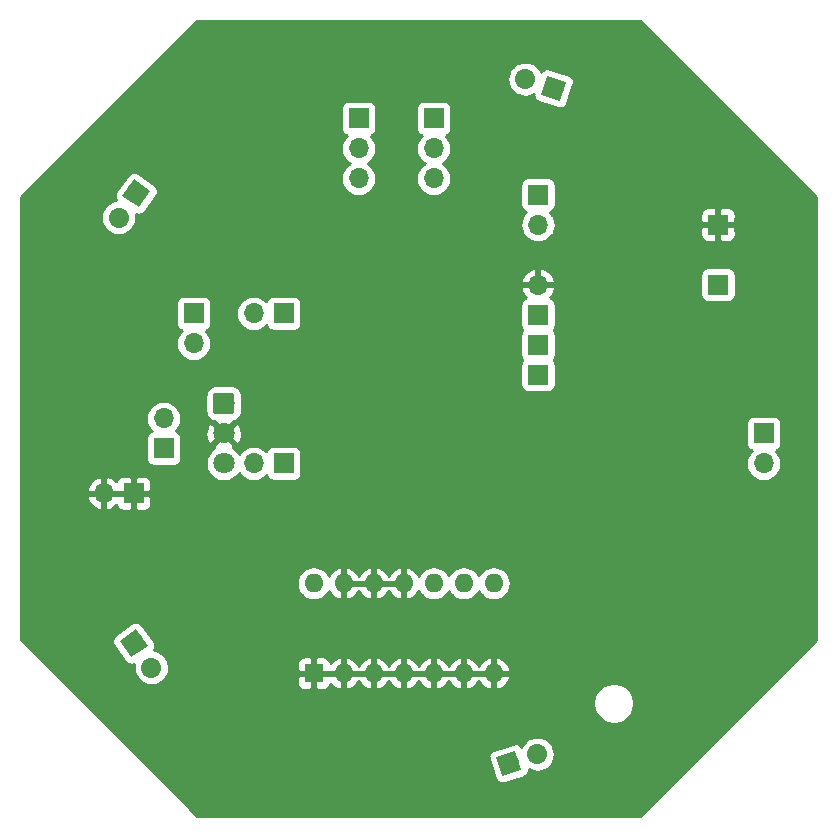
<source format=gtl>
G04 #@! TF.GenerationSoftware,KiCad,Pcbnew,(5.1.4)-1*
G04 #@! TF.CreationDate,2021-11-17T10:26:50+00:00*
G04 #@! TF.ProjectId,3Pi_IRComms_v1,3350695f-4952-4436-9f6d-6d735f76312e,rev?*
G04 #@! TF.SameCoordinates,Original*
G04 #@! TF.FileFunction,Copper,L1,Top*
G04 #@! TF.FilePolarity,Positive*
%FSLAX46Y46*%
G04 Gerber Fmt 4.6, Leading zero omitted, Abs format (unit mm)*
G04 Created by KiCad (PCBNEW (5.1.4)-1) date 2021-11-17 10:26:50*
%MOMM*%
%LPD*%
G04 APERTURE LIST*
%ADD10O,1.700000X1.700000*%
%ADD11R,1.700000X1.700000*%
%ADD12R,1.600000X1.600000*%
%ADD13O,1.600000X1.600000*%
%ADD14C,1.700000*%
%ADD15C,1.700000*%
%ADD16C,0.150000*%
%ADD17C,1.800000*%
%ADD18C,0.800000*%
%ADD19C,0.254000*%
G04 APERTURE END LIST*
D10*
X83820000Y-91440000D03*
D11*
X83820000Y-93980000D03*
D10*
X78740000Y-97790000D03*
D11*
X81280000Y-97790000D03*
D10*
X91440000Y-82550000D03*
D11*
X93980000Y-82550000D03*
D12*
X96520000Y-113030000D03*
D13*
X111760000Y-105410000D03*
X99060000Y-113030000D03*
X109220000Y-105410000D03*
X101600000Y-113030000D03*
X106680000Y-105410000D03*
X104140000Y-113030000D03*
X104140000Y-105410000D03*
X106680000Y-113030000D03*
X101600000Y-105410000D03*
X109220000Y-113030000D03*
X99060000Y-105410000D03*
X111760000Y-113030000D03*
X96520000Y-105410000D03*
D10*
X100330000Y-71120000D03*
X100330000Y-68580000D03*
D11*
X100330000Y-66040000D03*
D10*
X106680000Y-71120000D03*
X106680000Y-68580000D03*
D11*
X106680000Y-66040000D03*
D14*
X114424316Y-62715097D03*
D15*
X114424316Y-62715097D02*
X114424316Y-62715097D01*
D14*
X116840000Y-63500000D03*
D16*
G36*
X116294266Y-62428938D02*
G01*
X117911062Y-62954266D01*
X117385734Y-64571062D01*
X115768938Y-64045734D01*
X116294266Y-62428938D01*
X116294266Y-62428938D01*
G37*
D14*
X115445684Y-119865097D03*
D15*
X115445684Y-119865097D02*
X115445684Y-119865097D01*
D14*
X113030000Y-120650000D03*
D16*
G36*
X114101062Y-121195734D02*
G01*
X112484266Y-121721062D01*
X111958938Y-120104266D01*
X113575734Y-119578938D01*
X114101062Y-121195734D01*
X114101062Y-121195734D01*
G37*
D14*
X82772975Y-112544903D03*
D15*
X82772975Y-112544903D02*
X82772975Y-112544903D01*
D14*
X81280000Y-110490000D03*
D16*
G36*
X81091953Y-111677282D02*
G01*
X80092718Y-110301953D01*
X81468047Y-109302718D01*
X82467282Y-110678047D01*
X81091953Y-111677282D01*
X81091953Y-111677282D01*
G37*
G36*
X89575947Y-89271196D02*
G01*
X89600060Y-89274773D01*
X89623707Y-89280696D01*
X89646659Y-89288908D01*
X89668695Y-89299331D01*
X89689604Y-89311863D01*
X89709183Y-89326384D01*
X89727245Y-89342755D01*
X89743616Y-89360817D01*
X89758137Y-89380396D01*
X89770669Y-89401305D01*
X89781092Y-89423341D01*
X89789304Y-89446293D01*
X89795227Y-89469940D01*
X89798804Y-89494053D01*
X89800000Y-89518400D01*
X89800000Y-90821600D01*
X89798804Y-90845947D01*
X89795227Y-90870060D01*
X89789304Y-90893707D01*
X89781092Y-90916659D01*
X89770669Y-90938695D01*
X89758137Y-90959604D01*
X89743616Y-90979183D01*
X89727245Y-90997245D01*
X89709183Y-91013616D01*
X89689604Y-91028137D01*
X89668695Y-91040669D01*
X89646659Y-91051092D01*
X89623707Y-91059304D01*
X89600060Y-91065227D01*
X89575947Y-91068804D01*
X89551600Y-91070000D01*
X88248400Y-91070000D01*
X88224053Y-91068804D01*
X88199940Y-91065227D01*
X88176293Y-91059304D01*
X88153341Y-91051092D01*
X88131305Y-91040669D01*
X88110396Y-91028137D01*
X88090817Y-91013616D01*
X88072755Y-90997245D01*
X88056384Y-90979183D01*
X88041863Y-90959604D01*
X88029331Y-90938695D01*
X88018908Y-90916659D01*
X88010696Y-90893707D01*
X88004773Y-90870060D01*
X88001196Y-90845947D01*
X88000000Y-90821600D01*
X88000000Y-89518400D01*
X88001196Y-89494053D01*
X88004773Y-89469940D01*
X88010696Y-89446293D01*
X88018908Y-89423341D01*
X88029331Y-89401305D01*
X88041863Y-89380396D01*
X88056384Y-89360817D01*
X88072755Y-89342755D01*
X88090817Y-89326384D01*
X88110396Y-89311863D01*
X88131305Y-89299331D01*
X88153341Y-89288908D01*
X88176293Y-89280696D01*
X88199940Y-89274773D01*
X88224053Y-89271196D01*
X88248400Y-89270000D01*
X89551600Y-89270000D01*
X89575947Y-89271196D01*
X89575947Y-89271196D01*
G37*
D17*
X88900000Y-90170000D03*
X88900000Y-92710000D03*
X88900000Y-95250000D03*
D10*
X91440000Y-95250000D03*
D11*
X93980000Y-95250000D03*
D10*
X115510000Y-80130000D03*
D11*
X115510000Y-82670000D03*
D10*
X134620000Y-95250000D03*
D11*
X134620000Y-92710000D03*
D10*
X115510000Y-87750000D03*
D11*
X115510000Y-85210000D03*
X115510000Y-87750000D03*
D14*
X80010000Y-74444903D03*
D15*
X80010000Y-74444903D02*
X80010000Y-74444903D01*
D14*
X81502975Y-72390000D03*
D16*
G36*
X80315693Y-72578047D02*
G01*
X81314928Y-71202718D01*
X82690257Y-72201953D01*
X81691022Y-73577282D01*
X80315693Y-72578047D01*
X80315693Y-72578047D01*
G37*
D10*
X115510000Y-75050000D03*
D11*
X115510000Y-72510000D03*
D10*
X86360000Y-85090000D03*
D11*
X86360000Y-82550000D03*
X130750000Y-80130000D03*
X130750000Y-75050000D03*
D18*
X101600000Y-119380000D03*
X77470000Y-106680000D03*
X93980000Y-66040000D03*
X104140000Y-83820000D03*
X128270000Y-107950000D03*
X87630000Y-104140000D03*
D19*
G36*
X139040000Y-72663381D02*
G01*
X139040001Y-110216618D01*
X124186620Y-125070000D01*
X86633381Y-125070000D01*
X81617584Y-120054203D01*
X111322833Y-120054203D01*
X111325289Y-120179263D01*
X111352095Y-120301441D01*
X111877423Y-121918237D01*
X111927551Y-122032837D01*
X111999072Y-122135456D01*
X112089239Y-122222151D01*
X112194587Y-122289588D01*
X112311067Y-122335178D01*
X112434203Y-122357167D01*
X112559263Y-122354711D01*
X112681441Y-122327905D01*
X114298237Y-121802577D01*
X114412837Y-121752449D01*
X114515456Y-121680928D01*
X114602151Y-121590761D01*
X114669588Y-121485413D01*
X114715178Y-121368933D01*
X114737167Y-121245797D01*
X114735667Y-121169408D01*
X114874650Y-121243696D01*
X115154573Y-121328610D01*
X115372734Y-121350097D01*
X115518634Y-121350097D01*
X115736795Y-121328610D01*
X116016718Y-121243696D01*
X116274698Y-121105803D01*
X116500818Y-120920231D01*
X116686390Y-120694111D01*
X116824283Y-120436131D01*
X116909197Y-120156208D01*
X116937869Y-119865097D01*
X116909197Y-119573986D01*
X116824283Y-119294063D01*
X116686390Y-119036083D01*
X116500818Y-118809963D01*
X116274698Y-118624391D01*
X116016718Y-118486498D01*
X115736795Y-118401584D01*
X115518634Y-118380097D01*
X115372734Y-118380097D01*
X115154573Y-118401584D01*
X114874650Y-118486498D01*
X114616670Y-118624391D01*
X114390550Y-118809963D01*
X114204978Y-119036083D01*
X114103593Y-119225761D01*
X114060928Y-119164544D01*
X113970761Y-119077849D01*
X113865413Y-119010412D01*
X113748933Y-118964822D01*
X113625797Y-118942833D01*
X113500737Y-118945289D01*
X113378559Y-118972095D01*
X111761763Y-119497423D01*
X111647163Y-119547551D01*
X111544544Y-119619072D01*
X111457849Y-119709239D01*
X111390412Y-119814587D01*
X111344822Y-119931067D01*
X111322833Y-120054203D01*
X81617584Y-120054203D01*
X76962498Y-115399117D01*
X120185000Y-115399117D01*
X120185000Y-115740883D01*
X120251675Y-116076081D01*
X120382463Y-116391831D01*
X120572337Y-116675998D01*
X120814002Y-116917663D01*
X121098169Y-117107537D01*
X121413919Y-117238325D01*
X121749117Y-117305000D01*
X122090883Y-117305000D01*
X122426081Y-117238325D01*
X122741831Y-117107537D01*
X123025998Y-116917663D01*
X123267663Y-116675998D01*
X123457537Y-116391831D01*
X123588325Y-116076081D01*
X123655000Y-115740883D01*
X123655000Y-115399117D01*
X123588325Y-115063919D01*
X123457537Y-114748169D01*
X123267663Y-114464002D01*
X123025998Y-114222337D01*
X122741831Y-114032463D01*
X122426081Y-113901675D01*
X122090883Y-113835000D01*
X121749117Y-113835000D01*
X121413919Y-113901675D01*
X121098169Y-114032463D01*
X120814002Y-114222337D01*
X120572337Y-114464002D01*
X120382463Y-114748169D01*
X120251675Y-115063919D01*
X120185000Y-115399117D01*
X76962498Y-115399117D01*
X71890385Y-110327004D01*
X79455138Y-110327004D01*
X79472276Y-110450908D01*
X79513257Y-110569088D01*
X79576507Y-110677002D01*
X80575742Y-112052331D01*
X80658829Y-112145833D01*
X80758561Y-112221328D01*
X80871105Y-112275916D01*
X80992137Y-112307498D01*
X81117004Y-112314862D01*
X81240908Y-112297724D01*
X81307406Y-112274665D01*
X81280790Y-112544903D01*
X81309462Y-112836014D01*
X81394376Y-113115937D01*
X81532269Y-113373917D01*
X81717841Y-113600037D01*
X81943961Y-113785609D01*
X82201941Y-113923502D01*
X82481864Y-114008416D01*
X82700025Y-114029903D01*
X82845925Y-114029903D01*
X83064086Y-114008416D01*
X83344009Y-113923502D01*
X83518939Y-113830000D01*
X95081928Y-113830000D01*
X95094188Y-113954482D01*
X95130498Y-114074180D01*
X95189463Y-114184494D01*
X95268815Y-114281185D01*
X95365506Y-114360537D01*
X95475820Y-114419502D01*
X95595518Y-114455812D01*
X95720000Y-114468072D01*
X96234250Y-114465000D01*
X96393000Y-114306250D01*
X96393000Y-113157000D01*
X96647000Y-113157000D01*
X96647000Y-114306250D01*
X96805750Y-114465000D01*
X97320000Y-114468072D01*
X97444482Y-114455812D01*
X97564180Y-114419502D01*
X97674494Y-114360537D01*
X97771185Y-114281185D01*
X97850537Y-114184494D01*
X97909502Y-114074180D01*
X97945812Y-113954482D01*
X97948231Y-113929920D01*
X98096586Y-114093519D01*
X98322580Y-114261037D01*
X98576913Y-114381246D01*
X98710961Y-114421904D01*
X98933000Y-114299915D01*
X98933000Y-113157000D01*
X99187000Y-113157000D01*
X99187000Y-114299915D01*
X99409039Y-114421904D01*
X99543087Y-114381246D01*
X99797420Y-114261037D01*
X100023414Y-114093519D01*
X100212385Y-113885131D01*
X100330000Y-113689018D01*
X100447615Y-113885131D01*
X100636586Y-114093519D01*
X100862580Y-114261037D01*
X101116913Y-114381246D01*
X101250961Y-114421904D01*
X101473000Y-114299915D01*
X101473000Y-113157000D01*
X101727000Y-113157000D01*
X101727000Y-114299915D01*
X101949039Y-114421904D01*
X102083087Y-114381246D01*
X102337420Y-114261037D01*
X102563414Y-114093519D01*
X102752385Y-113885131D01*
X102870000Y-113689018D01*
X102987615Y-113885131D01*
X103176586Y-114093519D01*
X103402580Y-114261037D01*
X103656913Y-114381246D01*
X103790961Y-114421904D01*
X104013000Y-114299915D01*
X104013000Y-113157000D01*
X104267000Y-113157000D01*
X104267000Y-114299915D01*
X104489039Y-114421904D01*
X104623087Y-114381246D01*
X104877420Y-114261037D01*
X105103414Y-114093519D01*
X105292385Y-113885131D01*
X105410000Y-113689018D01*
X105527615Y-113885131D01*
X105716586Y-114093519D01*
X105942580Y-114261037D01*
X106196913Y-114381246D01*
X106330961Y-114421904D01*
X106553000Y-114299915D01*
X106553000Y-113157000D01*
X106807000Y-113157000D01*
X106807000Y-114299915D01*
X107029039Y-114421904D01*
X107163087Y-114381246D01*
X107417420Y-114261037D01*
X107643414Y-114093519D01*
X107832385Y-113885131D01*
X107950000Y-113689018D01*
X108067615Y-113885131D01*
X108256586Y-114093519D01*
X108482580Y-114261037D01*
X108736913Y-114381246D01*
X108870961Y-114421904D01*
X109093000Y-114299915D01*
X109093000Y-113157000D01*
X109347000Y-113157000D01*
X109347000Y-114299915D01*
X109569039Y-114421904D01*
X109703087Y-114381246D01*
X109957420Y-114261037D01*
X110183414Y-114093519D01*
X110372385Y-113885131D01*
X110490000Y-113689018D01*
X110607615Y-113885131D01*
X110796586Y-114093519D01*
X111022580Y-114261037D01*
X111276913Y-114381246D01*
X111410961Y-114421904D01*
X111633000Y-114299915D01*
X111633000Y-113157000D01*
X111887000Y-113157000D01*
X111887000Y-114299915D01*
X112109039Y-114421904D01*
X112243087Y-114381246D01*
X112497420Y-114261037D01*
X112723414Y-114093519D01*
X112912385Y-113885131D01*
X113057070Y-113643881D01*
X113151909Y-113379040D01*
X113030624Y-113157000D01*
X111887000Y-113157000D01*
X111633000Y-113157000D01*
X109347000Y-113157000D01*
X109093000Y-113157000D01*
X106807000Y-113157000D01*
X106553000Y-113157000D01*
X104267000Y-113157000D01*
X104013000Y-113157000D01*
X101727000Y-113157000D01*
X101473000Y-113157000D01*
X99187000Y-113157000D01*
X98933000Y-113157000D01*
X96647000Y-113157000D01*
X96393000Y-113157000D01*
X95243750Y-113157000D01*
X95085000Y-113315750D01*
X95081928Y-113830000D01*
X83518939Y-113830000D01*
X83601989Y-113785609D01*
X83828109Y-113600037D01*
X84013681Y-113373917D01*
X84151574Y-113115937D01*
X84236488Y-112836014D01*
X84265160Y-112544903D01*
X84236488Y-112253792D01*
X84229271Y-112230000D01*
X95081928Y-112230000D01*
X95085000Y-112744250D01*
X95243750Y-112903000D01*
X96393000Y-112903000D01*
X96393000Y-111753750D01*
X96647000Y-111753750D01*
X96647000Y-112903000D01*
X98933000Y-112903000D01*
X98933000Y-111760085D01*
X99187000Y-111760085D01*
X99187000Y-112903000D01*
X101473000Y-112903000D01*
X101473000Y-111760085D01*
X101727000Y-111760085D01*
X101727000Y-112903000D01*
X104013000Y-112903000D01*
X104013000Y-111760085D01*
X104267000Y-111760085D01*
X104267000Y-112903000D01*
X106553000Y-112903000D01*
X106553000Y-111760085D01*
X106807000Y-111760085D01*
X106807000Y-112903000D01*
X109093000Y-112903000D01*
X109093000Y-111760085D01*
X109347000Y-111760085D01*
X109347000Y-112903000D01*
X111633000Y-112903000D01*
X111633000Y-111760085D01*
X111887000Y-111760085D01*
X111887000Y-112903000D01*
X113030624Y-112903000D01*
X113151909Y-112680960D01*
X113057070Y-112416119D01*
X112912385Y-112174869D01*
X112723414Y-111966481D01*
X112497420Y-111798963D01*
X112243087Y-111678754D01*
X112109039Y-111638096D01*
X111887000Y-111760085D01*
X111633000Y-111760085D01*
X111410961Y-111638096D01*
X111276913Y-111678754D01*
X111022580Y-111798963D01*
X110796586Y-111966481D01*
X110607615Y-112174869D01*
X110490000Y-112370982D01*
X110372385Y-112174869D01*
X110183414Y-111966481D01*
X109957420Y-111798963D01*
X109703087Y-111678754D01*
X109569039Y-111638096D01*
X109347000Y-111760085D01*
X109093000Y-111760085D01*
X108870961Y-111638096D01*
X108736913Y-111678754D01*
X108482580Y-111798963D01*
X108256586Y-111966481D01*
X108067615Y-112174869D01*
X107950000Y-112370982D01*
X107832385Y-112174869D01*
X107643414Y-111966481D01*
X107417420Y-111798963D01*
X107163087Y-111678754D01*
X107029039Y-111638096D01*
X106807000Y-111760085D01*
X106553000Y-111760085D01*
X106330961Y-111638096D01*
X106196913Y-111678754D01*
X105942580Y-111798963D01*
X105716586Y-111966481D01*
X105527615Y-112174869D01*
X105410000Y-112370982D01*
X105292385Y-112174869D01*
X105103414Y-111966481D01*
X104877420Y-111798963D01*
X104623087Y-111678754D01*
X104489039Y-111638096D01*
X104267000Y-111760085D01*
X104013000Y-111760085D01*
X103790961Y-111638096D01*
X103656913Y-111678754D01*
X103402580Y-111798963D01*
X103176586Y-111966481D01*
X102987615Y-112174869D01*
X102870000Y-112370982D01*
X102752385Y-112174869D01*
X102563414Y-111966481D01*
X102337420Y-111798963D01*
X102083087Y-111678754D01*
X101949039Y-111638096D01*
X101727000Y-111760085D01*
X101473000Y-111760085D01*
X101250961Y-111638096D01*
X101116913Y-111678754D01*
X100862580Y-111798963D01*
X100636586Y-111966481D01*
X100447615Y-112174869D01*
X100330000Y-112370982D01*
X100212385Y-112174869D01*
X100023414Y-111966481D01*
X99797420Y-111798963D01*
X99543087Y-111678754D01*
X99409039Y-111638096D01*
X99187000Y-111760085D01*
X98933000Y-111760085D01*
X98710961Y-111638096D01*
X98576913Y-111678754D01*
X98322580Y-111798963D01*
X98096586Y-111966481D01*
X97948231Y-112130080D01*
X97945812Y-112105518D01*
X97909502Y-111985820D01*
X97850537Y-111875506D01*
X97771185Y-111778815D01*
X97674494Y-111699463D01*
X97564180Y-111640498D01*
X97444482Y-111604188D01*
X97320000Y-111591928D01*
X96805750Y-111595000D01*
X96647000Y-111753750D01*
X96393000Y-111753750D01*
X96234250Y-111595000D01*
X95720000Y-111591928D01*
X95595518Y-111604188D01*
X95475820Y-111640498D01*
X95365506Y-111699463D01*
X95268815Y-111778815D01*
X95189463Y-111875506D01*
X95130498Y-111985820D01*
X95094188Y-112105518D01*
X95081928Y-112230000D01*
X84229271Y-112230000D01*
X84151574Y-111973869D01*
X84013681Y-111715889D01*
X83828109Y-111489769D01*
X83601989Y-111304197D01*
X83344009Y-111166304D01*
X83064086Y-111081390D01*
X82965711Y-111071701D01*
X83011328Y-111011439D01*
X83065916Y-110898895D01*
X83097498Y-110777863D01*
X83104862Y-110652996D01*
X83087724Y-110529092D01*
X83046743Y-110410912D01*
X82983493Y-110302998D01*
X81984258Y-108927669D01*
X81901171Y-108834167D01*
X81801439Y-108758672D01*
X81688895Y-108704084D01*
X81567863Y-108672502D01*
X81442996Y-108665138D01*
X81319092Y-108682276D01*
X81200912Y-108723257D01*
X81092998Y-108786507D01*
X79717669Y-109785742D01*
X79624167Y-109868829D01*
X79548672Y-109968561D01*
X79494084Y-110081105D01*
X79462502Y-110202137D01*
X79455138Y-110327004D01*
X71890385Y-110327004D01*
X71780000Y-110216620D01*
X71780000Y-105410000D01*
X95078057Y-105410000D01*
X95105764Y-105691309D01*
X95187818Y-105961808D01*
X95321068Y-106211101D01*
X95500392Y-106429608D01*
X95718899Y-106608932D01*
X95968192Y-106742182D01*
X96238691Y-106824236D01*
X96449508Y-106845000D01*
X96590492Y-106845000D01*
X96801309Y-106824236D01*
X97071808Y-106742182D01*
X97321101Y-106608932D01*
X97539608Y-106429608D01*
X97718932Y-106211101D01*
X97792579Y-106073318D01*
X97907615Y-106265131D01*
X98096586Y-106473519D01*
X98322580Y-106641037D01*
X98576913Y-106761246D01*
X98710961Y-106801904D01*
X98933000Y-106679915D01*
X98933000Y-105537000D01*
X99187000Y-105537000D01*
X99187000Y-106679915D01*
X99409039Y-106801904D01*
X99543087Y-106761246D01*
X99797420Y-106641037D01*
X100023414Y-106473519D01*
X100212385Y-106265131D01*
X100330000Y-106069018D01*
X100447615Y-106265131D01*
X100636586Y-106473519D01*
X100862580Y-106641037D01*
X101116913Y-106761246D01*
X101250961Y-106801904D01*
X101473000Y-106679915D01*
X101473000Y-105537000D01*
X101727000Y-105537000D01*
X101727000Y-106679915D01*
X101949039Y-106801904D01*
X102083087Y-106761246D01*
X102337420Y-106641037D01*
X102563414Y-106473519D01*
X102752385Y-106265131D01*
X102870000Y-106069018D01*
X102987615Y-106265131D01*
X103176586Y-106473519D01*
X103402580Y-106641037D01*
X103656913Y-106761246D01*
X103790961Y-106801904D01*
X104013000Y-106679915D01*
X104013000Y-105537000D01*
X101727000Y-105537000D01*
X101473000Y-105537000D01*
X99187000Y-105537000D01*
X98933000Y-105537000D01*
X98913000Y-105537000D01*
X98913000Y-105283000D01*
X98933000Y-105283000D01*
X98933000Y-104140085D01*
X99187000Y-104140085D01*
X99187000Y-105283000D01*
X101473000Y-105283000D01*
X101473000Y-104140085D01*
X101727000Y-104140085D01*
X101727000Y-105283000D01*
X104013000Y-105283000D01*
X104013000Y-104140085D01*
X104267000Y-104140085D01*
X104267000Y-105283000D01*
X104287000Y-105283000D01*
X104287000Y-105537000D01*
X104267000Y-105537000D01*
X104267000Y-106679915D01*
X104489039Y-106801904D01*
X104623087Y-106761246D01*
X104877420Y-106641037D01*
X105103414Y-106473519D01*
X105292385Y-106265131D01*
X105407421Y-106073318D01*
X105481068Y-106211101D01*
X105660392Y-106429608D01*
X105878899Y-106608932D01*
X106128192Y-106742182D01*
X106398691Y-106824236D01*
X106609508Y-106845000D01*
X106750492Y-106845000D01*
X106961309Y-106824236D01*
X107231808Y-106742182D01*
X107481101Y-106608932D01*
X107699608Y-106429608D01*
X107878932Y-106211101D01*
X107950000Y-106078142D01*
X108021068Y-106211101D01*
X108200392Y-106429608D01*
X108418899Y-106608932D01*
X108668192Y-106742182D01*
X108938691Y-106824236D01*
X109149508Y-106845000D01*
X109290492Y-106845000D01*
X109501309Y-106824236D01*
X109771808Y-106742182D01*
X110021101Y-106608932D01*
X110239608Y-106429608D01*
X110418932Y-106211101D01*
X110490000Y-106078142D01*
X110561068Y-106211101D01*
X110740392Y-106429608D01*
X110958899Y-106608932D01*
X111208192Y-106742182D01*
X111478691Y-106824236D01*
X111689508Y-106845000D01*
X111830492Y-106845000D01*
X112041309Y-106824236D01*
X112311808Y-106742182D01*
X112561101Y-106608932D01*
X112779608Y-106429608D01*
X112958932Y-106211101D01*
X113092182Y-105961808D01*
X113174236Y-105691309D01*
X113201943Y-105410000D01*
X113174236Y-105128691D01*
X113092182Y-104858192D01*
X112958932Y-104608899D01*
X112779608Y-104390392D01*
X112561101Y-104211068D01*
X112311808Y-104077818D01*
X112041309Y-103995764D01*
X111830492Y-103975000D01*
X111689508Y-103975000D01*
X111478691Y-103995764D01*
X111208192Y-104077818D01*
X110958899Y-104211068D01*
X110740392Y-104390392D01*
X110561068Y-104608899D01*
X110490000Y-104741858D01*
X110418932Y-104608899D01*
X110239608Y-104390392D01*
X110021101Y-104211068D01*
X109771808Y-104077818D01*
X109501309Y-103995764D01*
X109290492Y-103975000D01*
X109149508Y-103975000D01*
X108938691Y-103995764D01*
X108668192Y-104077818D01*
X108418899Y-104211068D01*
X108200392Y-104390392D01*
X108021068Y-104608899D01*
X107950000Y-104741858D01*
X107878932Y-104608899D01*
X107699608Y-104390392D01*
X107481101Y-104211068D01*
X107231808Y-104077818D01*
X106961309Y-103995764D01*
X106750492Y-103975000D01*
X106609508Y-103975000D01*
X106398691Y-103995764D01*
X106128192Y-104077818D01*
X105878899Y-104211068D01*
X105660392Y-104390392D01*
X105481068Y-104608899D01*
X105407421Y-104746682D01*
X105292385Y-104554869D01*
X105103414Y-104346481D01*
X104877420Y-104178963D01*
X104623087Y-104058754D01*
X104489039Y-104018096D01*
X104267000Y-104140085D01*
X104013000Y-104140085D01*
X103790961Y-104018096D01*
X103656913Y-104058754D01*
X103402580Y-104178963D01*
X103176586Y-104346481D01*
X102987615Y-104554869D01*
X102870000Y-104750982D01*
X102752385Y-104554869D01*
X102563414Y-104346481D01*
X102337420Y-104178963D01*
X102083087Y-104058754D01*
X101949039Y-104018096D01*
X101727000Y-104140085D01*
X101473000Y-104140085D01*
X101250961Y-104018096D01*
X101116913Y-104058754D01*
X100862580Y-104178963D01*
X100636586Y-104346481D01*
X100447615Y-104554869D01*
X100330000Y-104750982D01*
X100212385Y-104554869D01*
X100023414Y-104346481D01*
X99797420Y-104178963D01*
X99543087Y-104058754D01*
X99409039Y-104018096D01*
X99187000Y-104140085D01*
X98933000Y-104140085D01*
X98710961Y-104018096D01*
X98576913Y-104058754D01*
X98322580Y-104178963D01*
X98096586Y-104346481D01*
X97907615Y-104554869D01*
X97792579Y-104746682D01*
X97718932Y-104608899D01*
X97539608Y-104390392D01*
X97321101Y-104211068D01*
X97071808Y-104077818D01*
X96801309Y-103995764D01*
X96590492Y-103975000D01*
X96449508Y-103975000D01*
X96238691Y-103995764D01*
X95968192Y-104077818D01*
X95718899Y-104211068D01*
X95500392Y-104390392D01*
X95321068Y-104608899D01*
X95187818Y-104858192D01*
X95105764Y-105128691D01*
X95078057Y-105410000D01*
X71780000Y-105410000D01*
X71780000Y-98146891D01*
X77298519Y-98146891D01*
X77395843Y-98421252D01*
X77544822Y-98671355D01*
X77739731Y-98887588D01*
X77973080Y-99061641D01*
X78235901Y-99186825D01*
X78383110Y-99231476D01*
X78613000Y-99110155D01*
X78613000Y-97917000D01*
X78867000Y-97917000D01*
X78867000Y-99110155D01*
X79096890Y-99231476D01*
X79244099Y-99186825D01*
X79506920Y-99061641D01*
X79740269Y-98887588D01*
X79816034Y-98803534D01*
X79840498Y-98884180D01*
X79899463Y-98994494D01*
X79978815Y-99091185D01*
X80075506Y-99170537D01*
X80185820Y-99229502D01*
X80305518Y-99265812D01*
X80430000Y-99278072D01*
X80994250Y-99275000D01*
X81153000Y-99116250D01*
X81153000Y-97917000D01*
X81407000Y-97917000D01*
X81407000Y-99116250D01*
X81565750Y-99275000D01*
X82130000Y-99278072D01*
X82254482Y-99265812D01*
X82374180Y-99229502D01*
X82484494Y-99170537D01*
X82581185Y-99091185D01*
X82660537Y-98994494D01*
X82719502Y-98884180D01*
X82755812Y-98764482D01*
X82768072Y-98640000D01*
X82765000Y-98075750D01*
X82606250Y-97917000D01*
X81407000Y-97917000D01*
X81153000Y-97917000D01*
X78867000Y-97917000D01*
X78613000Y-97917000D01*
X77419186Y-97917000D01*
X77298519Y-98146891D01*
X71780000Y-98146891D01*
X71780000Y-97433109D01*
X77298519Y-97433109D01*
X77419186Y-97663000D01*
X78613000Y-97663000D01*
X78613000Y-96469845D01*
X78867000Y-96469845D01*
X78867000Y-97663000D01*
X81153000Y-97663000D01*
X81153000Y-96463750D01*
X81407000Y-96463750D01*
X81407000Y-97663000D01*
X82606250Y-97663000D01*
X82765000Y-97504250D01*
X82768072Y-96940000D01*
X82755812Y-96815518D01*
X82719502Y-96695820D01*
X82660537Y-96585506D01*
X82581185Y-96488815D01*
X82484494Y-96409463D01*
X82374180Y-96350498D01*
X82254482Y-96314188D01*
X82130000Y-96301928D01*
X81565750Y-96305000D01*
X81407000Y-96463750D01*
X81153000Y-96463750D01*
X80994250Y-96305000D01*
X80430000Y-96301928D01*
X80305518Y-96314188D01*
X80185820Y-96350498D01*
X80075506Y-96409463D01*
X79978815Y-96488815D01*
X79899463Y-96585506D01*
X79840498Y-96695820D01*
X79816034Y-96776466D01*
X79740269Y-96692412D01*
X79506920Y-96518359D01*
X79244099Y-96393175D01*
X79096890Y-96348524D01*
X78867000Y-96469845D01*
X78613000Y-96469845D01*
X78383110Y-96348524D01*
X78235901Y-96393175D01*
X77973080Y-96518359D01*
X77739731Y-96692412D01*
X77544822Y-96908645D01*
X77395843Y-97158748D01*
X77298519Y-97433109D01*
X71780000Y-97433109D01*
X71780000Y-91440000D01*
X82327815Y-91440000D01*
X82356487Y-91731111D01*
X82441401Y-92011034D01*
X82579294Y-92269014D01*
X82764866Y-92495134D01*
X82794687Y-92519607D01*
X82725820Y-92540498D01*
X82615506Y-92599463D01*
X82518815Y-92678815D01*
X82439463Y-92775506D01*
X82380498Y-92885820D01*
X82344188Y-93005518D01*
X82331928Y-93130000D01*
X82331928Y-94830000D01*
X82344188Y-94954482D01*
X82380498Y-95074180D01*
X82439463Y-95184494D01*
X82518815Y-95281185D01*
X82615506Y-95360537D01*
X82725820Y-95419502D01*
X82845518Y-95455812D01*
X82970000Y-95468072D01*
X84670000Y-95468072D01*
X84794482Y-95455812D01*
X84914180Y-95419502D01*
X85024494Y-95360537D01*
X85121185Y-95281185D01*
X85200537Y-95184494D01*
X85246333Y-95098816D01*
X87365000Y-95098816D01*
X87365000Y-95401184D01*
X87423989Y-95697743D01*
X87539701Y-95977095D01*
X87707688Y-96228505D01*
X87921495Y-96442312D01*
X88172905Y-96610299D01*
X88452257Y-96726011D01*
X88748816Y-96785000D01*
X89051184Y-96785000D01*
X89347743Y-96726011D01*
X89627095Y-96610299D01*
X89878505Y-96442312D01*
X90092312Y-96228505D01*
X90196141Y-96073115D01*
X90199294Y-96079014D01*
X90384866Y-96305134D01*
X90610986Y-96490706D01*
X90868966Y-96628599D01*
X91148889Y-96713513D01*
X91367050Y-96735000D01*
X91512950Y-96735000D01*
X91731111Y-96713513D01*
X92011034Y-96628599D01*
X92269014Y-96490706D01*
X92495134Y-96305134D01*
X92519607Y-96275313D01*
X92540498Y-96344180D01*
X92599463Y-96454494D01*
X92678815Y-96551185D01*
X92775506Y-96630537D01*
X92885820Y-96689502D01*
X93005518Y-96725812D01*
X93130000Y-96738072D01*
X94830000Y-96738072D01*
X94954482Y-96725812D01*
X95074180Y-96689502D01*
X95184494Y-96630537D01*
X95281185Y-96551185D01*
X95360537Y-96454494D01*
X95419502Y-96344180D01*
X95455812Y-96224482D01*
X95468072Y-96100000D01*
X95468072Y-95250000D01*
X133127815Y-95250000D01*
X133156487Y-95541111D01*
X133241401Y-95821034D01*
X133379294Y-96079014D01*
X133564866Y-96305134D01*
X133790986Y-96490706D01*
X134048966Y-96628599D01*
X134328889Y-96713513D01*
X134547050Y-96735000D01*
X134692950Y-96735000D01*
X134911111Y-96713513D01*
X135191034Y-96628599D01*
X135449014Y-96490706D01*
X135675134Y-96305134D01*
X135860706Y-96079014D01*
X135998599Y-95821034D01*
X136083513Y-95541111D01*
X136112185Y-95250000D01*
X136083513Y-94958889D01*
X135998599Y-94678966D01*
X135860706Y-94420986D01*
X135675134Y-94194866D01*
X135645313Y-94170393D01*
X135714180Y-94149502D01*
X135824494Y-94090537D01*
X135921185Y-94011185D01*
X136000537Y-93914494D01*
X136059502Y-93804180D01*
X136095812Y-93684482D01*
X136108072Y-93560000D01*
X136108072Y-91860000D01*
X136095812Y-91735518D01*
X136059502Y-91615820D01*
X136000537Y-91505506D01*
X135921185Y-91408815D01*
X135824494Y-91329463D01*
X135714180Y-91270498D01*
X135594482Y-91234188D01*
X135470000Y-91221928D01*
X133770000Y-91221928D01*
X133645518Y-91234188D01*
X133525820Y-91270498D01*
X133415506Y-91329463D01*
X133318815Y-91408815D01*
X133239463Y-91505506D01*
X133180498Y-91615820D01*
X133144188Y-91735518D01*
X133131928Y-91860000D01*
X133131928Y-93560000D01*
X133144188Y-93684482D01*
X133180498Y-93804180D01*
X133239463Y-93914494D01*
X133318815Y-94011185D01*
X133415506Y-94090537D01*
X133525820Y-94149502D01*
X133594687Y-94170393D01*
X133564866Y-94194866D01*
X133379294Y-94420986D01*
X133241401Y-94678966D01*
X133156487Y-94958889D01*
X133127815Y-95250000D01*
X95468072Y-95250000D01*
X95468072Y-94400000D01*
X95455812Y-94275518D01*
X95419502Y-94155820D01*
X95360537Y-94045506D01*
X95281185Y-93948815D01*
X95184494Y-93869463D01*
X95074180Y-93810498D01*
X94954482Y-93774188D01*
X94830000Y-93761928D01*
X93130000Y-93761928D01*
X93005518Y-93774188D01*
X92885820Y-93810498D01*
X92775506Y-93869463D01*
X92678815Y-93948815D01*
X92599463Y-94045506D01*
X92540498Y-94155820D01*
X92519607Y-94224687D01*
X92495134Y-94194866D01*
X92269014Y-94009294D01*
X92011034Y-93871401D01*
X91731111Y-93786487D01*
X91512950Y-93765000D01*
X91367050Y-93765000D01*
X91148889Y-93786487D01*
X90868966Y-93871401D01*
X90610986Y-94009294D01*
X90384866Y-94194866D01*
X90199294Y-94420986D01*
X90196141Y-94426885D01*
X90092312Y-94271495D01*
X89878505Y-94057688D01*
X89724895Y-93955049D01*
X89784475Y-93774080D01*
X88900000Y-92889605D01*
X88015525Y-93774080D01*
X88075105Y-93955049D01*
X87921495Y-94057688D01*
X87707688Y-94271495D01*
X87539701Y-94522905D01*
X87423989Y-94802257D01*
X87365000Y-95098816D01*
X85246333Y-95098816D01*
X85259502Y-95074180D01*
X85295812Y-94954482D01*
X85308072Y-94830000D01*
X85308072Y-93130000D01*
X85295812Y-93005518D01*
X85259502Y-92885820D01*
X85201097Y-92776553D01*
X87359009Y-92776553D01*
X87401603Y-93075907D01*
X87501778Y-93361199D01*
X87581739Y-93510792D01*
X87835920Y-93594475D01*
X88720395Y-92710000D01*
X89079605Y-92710000D01*
X89964080Y-93594475D01*
X90218261Y-93510792D01*
X90349158Y-93238225D01*
X90424365Y-92945358D01*
X90440991Y-92643447D01*
X90398397Y-92344093D01*
X90298222Y-92058801D01*
X90218261Y-91909208D01*
X89964080Y-91825525D01*
X89079605Y-92710000D01*
X88720395Y-92710000D01*
X87835920Y-91825525D01*
X87581739Y-91909208D01*
X87450842Y-92181775D01*
X87375635Y-92474642D01*
X87359009Y-92776553D01*
X85201097Y-92776553D01*
X85200537Y-92775506D01*
X85121185Y-92678815D01*
X85024494Y-92599463D01*
X84914180Y-92540498D01*
X84845313Y-92519607D01*
X84875134Y-92495134D01*
X85060706Y-92269014D01*
X85198599Y-92011034D01*
X85283513Y-91731111D01*
X85312185Y-91440000D01*
X85283513Y-91148889D01*
X85198599Y-90868966D01*
X85060706Y-90610986D01*
X84875134Y-90384866D01*
X84649014Y-90199294D01*
X84391034Y-90061401D01*
X84111111Y-89976487D01*
X83892950Y-89955000D01*
X83747050Y-89955000D01*
X83528889Y-89976487D01*
X83248966Y-90061401D01*
X82990986Y-90199294D01*
X82764866Y-90384866D01*
X82579294Y-90610986D01*
X82441401Y-90868966D01*
X82356487Y-91148889D01*
X82327815Y-91440000D01*
X71780000Y-91440000D01*
X71780000Y-89518400D01*
X87361928Y-89518400D01*
X87361928Y-90821600D01*
X87378961Y-90994542D01*
X87429407Y-91160838D01*
X87511325Y-91314097D01*
X87621570Y-91448430D01*
X87755903Y-91558675D01*
X87909162Y-91640593D01*
X88054193Y-91684588D01*
X88900000Y-92530395D01*
X89745807Y-91684588D01*
X89890838Y-91640593D01*
X90044097Y-91558675D01*
X90178430Y-91448430D01*
X90288675Y-91314097D01*
X90370593Y-91160838D01*
X90421039Y-90994542D01*
X90438072Y-90821600D01*
X90438072Y-89518400D01*
X90421039Y-89345458D01*
X90370593Y-89179162D01*
X90288675Y-89025903D01*
X90178430Y-88891570D01*
X90044097Y-88781325D01*
X89890838Y-88699407D01*
X89724542Y-88648961D01*
X89551600Y-88631928D01*
X88248400Y-88631928D01*
X88075458Y-88648961D01*
X87909162Y-88699407D01*
X87755903Y-88781325D01*
X87621570Y-88891570D01*
X87511325Y-89025903D01*
X87429407Y-89179162D01*
X87378961Y-89345458D01*
X87361928Y-89518400D01*
X71780000Y-89518400D01*
X71780000Y-87750000D01*
X114017815Y-87750000D01*
X114021928Y-87791760D01*
X114021928Y-88600000D01*
X114034188Y-88724482D01*
X114070498Y-88844180D01*
X114129463Y-88954494D01*
X114208815Y-89051185D01*
X114305506Y-89130537D01*
X114415820Y-89189502D01*
X114535518Y-89225812D01*
X114660000Y-89238072D01*
X116360000Y-89238072D01*
X116484482Y-89225812D01*
X116604180Y-89189502D01*
X116714494Y-89130537D01*
X116811185Y-89051185D01*
X116890537Y-88954494D01*
X116949502Y-88844180D01*
X116985812Y-88724482D01*
X116998072Y-88600000D01*
X116998072Y-87791760D01*
X117002185Y-87750000D01*
X116998072Y-87708240D01*
X116998072Y-86900000D01*
X116985812Y-86775518D01*
X116949502Y-86655820D01*
X116890537Y-86545506D01*
X116836778Y-86480000D01*
X116890537Y-86414494D01*
X116949502Y-86304180D01*
X116985812Y-86184482D01*
X116998072Y-86060000D01*
X116998072Y-84360000D01*
X116985812Y-84235518D01*
X116949502Y-84115820D01*
X116890537Y-84005506D01*
X116836778Y-83940000D01*
X116890537Y-83874494D01*
X116949502Y-83764180D01*
X116985812Y-83644482D01*
X116998072Y-83520000D01*
X116998072Y-81820000D01*
X116985812Y-81695518D01*
X116949502Y-81575820D01*
X116890537Y-81465506D01*
X116811185Y-81368815D01*
X116714494Y-81289463D01*
X116604180Y-81230498D01*
X116523534Y-81206034D01*
X116607588Y-81130269D01*
X116781641Y-80896920D01*
X116906825Y-80634099D01*
X116951476Y-80486890D01*
X116830155Y-80257000D01*
X115637000Y-80257000D01*
X115637000Y-80277000D01*
X115383000Y-80277000D01*
X115383000Y-80257000D01*
X114189845Y-80257000D01*
X114068524Y-80486890D01*
X114113175Y-80634099D01*
X114238359Y-80896920D01*
X114412412Y-81130269D01*
X114496466Y-81206034D01*
X114415820Y-81230498D01*
X114305506Y-81289463D01*
X114208815Y-81368815D01*
X114129463Y-81465506D01*
X114070498Y-81575820D01*
X114034188Y-81695518D01*
X114021928Y-81820000D01*
X114021928Y-83520000D01*
X114034188Y-83644482D01*
X114070498Y-83764180D01*
X114129463Y-83874494D01*
X114183222Y-83940000D01*
X114129463Y-84005506D01*
X114070498Y-84115820D01*
X114034188Y-84235518D01*
X114021928Y-84360000D01*
X114021928Y-86060000D01*
X114034188Y-86184482D01*
X114070498Y-86304180D01*
X114129463Y-86414494D01*
X114183222Y-86480000D01*
X114129463Y-86545506D01*
X114070498Y-86655820D01*
X114034188Y-86775518D01*
X114021928Y-86900000D01*
X114021928Y-87708240D01*
X114017815Y-87750000D01*
X71780000Y-87750000D01*
X71780000Y-85090000D01*
X84867815Y-85090000D01*
X84896487Y-85381111D01*
X84981401Y-85661034D01*
X85119294Y-85919014D01*
X85304866Y-86145134D01*
X85530986Y-86330706D01*
X85788966Y-86468599D01*
X86068889Y-86553513D01*
X86287050Y-86575000D01*
X86432950Y-86575000D01*
X86651111Y-86553513D01*
X86931034Y-86468599D01*
X87189014Y-86330706D01*
X87415134Y-86145134D01*
X87600706Y-85919014D01*
X87738599Y-85661034D01*
X87823513Y-85381111D01*
X87852185Y-85090000D01*
X87823513Y-84798889D01*
X87738599Y-84518966D01*
X87600706Y-84260986D01*
X87415134Y-84034866D01*
X87385313Y-84010393D01*
X87454180Y-83989502D01*
X87564494Y-83930537D01*
X87661185Y-83851185D01*
X87740537Y-83754494D01*
X87799502Y-83644180D01*
X87835812Y-83524482D01*
X87848072Y-83400000D01*
X87848072Y-82550000D01*
X89947815Y-82550000D01*
X89976487Y-82841111D01*
X90061401Y-83121034D01*
X90199294Y-83379014D01*
X90384866Y-83605134D01*
X90610986Y-83790706D01*
X90868966Y-83928599D01*
X91148889Y-84013513D01*
X91367050Y-84035000D01*
X91512950Y-84035000D01*
X91731111Y-84013513D01*
X92011034Y-83928599D01*
X92269014Y-83790706D01*
X92495134Y-83605134D01*
X92519607Y-83575313D01*
X92540498Y-83644180D01*
X92599463Y-83754494D01*
X92678815Y-83851185D01*
X92775506Y-83930537D01*
X92885820Y-83989502D01*
X93005518Y-84025812D01*
X93130000Y-84038072D01*
X94830000Y-84038072D01*
X94954482Y-84025812D01*
X95074180Y-83989502D01*
X95184494Y-83930537D01*
X95281185Y-83851185D01*
X95360537Y-83754494D01*
X95419502Y-83644180D01*
X95455812Y-83524482D01*
X95468072Y-83400000D01*
X95468072Y-81700000D01*
X95455812Y-81575518D01*
X95419502Y-81455820D01*
X95360537Y-81345506D01*
X95281185Y-81248815D01*
X95184494Y-81169463D01*
X95074180Y-81110498D01*
X94954482Y-81074188D01*
X94830000Y-81061928D01*
X93130000Y-81061928D01*
X93005518Y-81074188D01*
X92885820Y-81110498D01*
X92775506Y-81169463D01*
X92678815Y-81248815D01*
X92599463Y-81345506D01*
X92540498Y-81455820D01*
X92519607Y-81524687D01*
X92495134Y-81494866D01*
X92269014Y-81309294D01*
X92011034Y-81171401D01*
X91731111Y-81086487D01*
X91512950Y-81065000D01*
X91367050Y-81065000D01*
X91148889Y-81086487D01*
X90868966Y-81171401D01*
X90610986Y-81309294D01*
X90384866Y-81494866D01*
X90199294Y-81720986D01*
X90061401Y-81978966D01*
X89976487Y-82258889D01*
X89947815Y-82550000D01*
X87848072Y-82550000D01*
X87848072Y-81700000D01*
X87835812Y-81575518D01*
X87799502Y-81455820D01*
X87740537Y-81345506D01*
X87661185Y-81248815D01*
X87564494Y-81169463D01*
X87454180Y-81110498D01*
X87334482Y-81074188D01*
X87210000Y-81061928D01*
X85510000Y-81061928D01*
X85385518Y-81074188D01*
X85265820Y-81110498D01*
X85155506Y-81169463D01*
X85058815Y-81248815D01*
X84979463Y-81345506D01*
X84920498Y-81455820D01*
X84884188Y-81575518D01*
X84871928Y-81700000D01*
X84871928Y-83400000D01*
X84884188Y-83524482D01*
X84920498Y-83644180D01*
X84979463Y-83754494D01*
X85058815Y-83851185D01*
X85155506Y-83930537D01*
X85265820Y-83989502D01*
X85334687Y-84010393D01*
X85304866Y-84034866D01*
X85119294Y-84260986D01*
X84981401Y-84518966D01*
X84896487Y-84798889D01*
X84867815Y-85090000D01*
X71780000Y-85090000D01*
X71780000Y-79773110D01*
X114068524Y-79773110D01*
X114189845Y-80003000D01*
X115383000Y-80003000D01*
X115383000Y-78809186D01*
X115637000Y-78809186D01*
X115637000Y-80003000D01*
X116830155Y-80003000D01*
X116951476Y-79773110D01*
X116906825Y-79625901D01*
X116781641Y-79363080D01*
X116719673Y-79280000D01*
X129261928Y-79280000D01*
X129261928Y-80980000D01*
X129274188Y-81104482D01*
X129310498Y-81224180D01*
X129369463Y-81334494D01*
X129448815Y-81431185D01*
X129545506Y-81510537D01*
X129655820Y-81569502D01*
X129775518Y-81605812D01*
X129900000Y-81618072D01*
X131600000Y-81618072D01*
X131724482Y-81605812D01*
X131844180Y-81569502D01*
X131954494Y-81510537D01*
X132051185Y-81431185D01*
X132130537Y-81334494D01*
X132189502Y-81224180D01*
X132225812Y-81104482D01*
X132238072Y-80980000D01*
X132238072Y-79280000D01*
X132225812Y-79155518D01*
X132189502Y-79035820D01*
X132130537Y-78925506D01*
X132051185Y-78828815D01*
X131954494Y-78749463D01*
X131844180Y-78690498D01*
X131724482Y-78654188D01*
X131600000Y-78641928D01*
X129900000Y-78641928D01*
X129775518Y-78654188D01*
X129655820Y-78690498D01*
X129545506Y-78749463D01*
X129448815Y-78828815D01*
X129369463Y-78925506D01*
X129310498Y-79035820D01*
X129274188Y-79155518D01*
X129261928Y-79280000D01*
X116719673Y-79280000D01*
X116607588Y-79129731D01*
X116391355Y-78934822D01*
X116141252Y-78785843D01*
X115866891Y-78688519D01*
X115637000Y-78809186D01*
X115383000Y-78809186D01*
X115153109Y-78688519D01*
X114878748Y-78785843D01*
X114628645Y-78934822D01*
X114412412Y-79129731D01*
X114238359Y-79363080D01*
X114113175Y-79625901D01*
X114068524Y-79773110D01*
X71780000Y-79773110D01*
X71780000Y-74444903D01*
X78517815Y-74444903D01*
X78546487Y-74736014D01*
X78631401Y-75015937D01*
X78769294Y-75273917D01*
X78954866Y-75500037D01*
X79180986Y-75685609D01*
X79438966Y-75823502D01*
X79718889Y-75908416D01*
X79937050Y-75929903D01*
X80082950Y-75929903D01*
X80301111Y-75908416D01*
X80581034Y-75823502D01*
X80839014Y-75685609D01*
X81065134Y-75500037D01*
X81250706Y-75273917D01*
X81370391Y-75050000D01*
X114017815Y-75050000D01*
X114046487Y-75341111D01*
X114131401Y-75621034D01*
X114269294Y-75879014D01*
X114454866Y-76105134D01*
X114680986Y-76290706D01*
X114938966Y-76428599D01*
X115218889Y-76513513D01*
X115437050Y-76535000D01*
X115582950Y-76535000D01*
X115801111Y-76513513D01*
X116081034Y-76428599D01*
X116339014Y-76290706D01*
X116565134Y-76105134D01*
X116733483Y-75900000D01*
X129261928Y-75900000D01*
X129274188Y-76024482D01*
X129310498Y-76144180D01*
X129369463Y-76254494D01*
X129448815Y-76351185D01*
X129545506Y-76430537D01*
X129655820Y-76489502D01*
X129775518Y-76525812D01*
X129900000Y-76538072D01*
X130464250Y-76535000D01*
X130623000Y-76376250D01*
X130623000Y-75177000D01*
X130877000Y-75177000D01*
X130877000Y-76376250D01*
X131035750Y-76535000D01*
X131600000Y-76538072D01*
X131724482Y-76525812D01*
X131844180Y-76489502D01*
X131954494Y-76430537D01*
X132051185Y-76351185D01*
X132130537Y-76254494D01*
X132189502Y-76144180D01*
X132225812Y-76024482D01*
X132238072Y-75900000D01*
X132235000Y-75335750D01*
X132076250Y-75177000D01*
X130877000Y-75177000D01*
X130623000Y-75177000D01*
X129423750Y-75177000D01*
X129265000Y-75335750D01*
X129261928Y-75900000D01*
X116733483Y-75900000D01*
X116750706Y-75879014D01*
X116888599Y-75621034D01*
X116973513Y-75341111D01*
X117002185Y-75050000D01*
X116973513Y-74758889D01*
X116888599Y-74478966D01*
X116750706Y-74220986D01*
X116733484Y-74200000D01*
X129261928Y-74200000D01*
X129265000Y-74764250D01*
X129423750Y-74923000D01*
X130623000Y-74923000D01*
X130623000Y-73723750D01*
X130877000Y-73723750D01*
X130877000Y-74923000D01*
X132076250Y-74923000D01*
X132235000Y-74764250D01*
X132238072Y-74200000D01*
X132225812Y-74075518D01*
X132189502Y-73955820D01*
X132130537Y-73845506D01*
X132051185Y-73748815D01*
X131954494Y-73669463D01*
X131844180Y-73610498D01*
X131724482Y-73574188D01*
X131600000Y-73561928D01*
X131035750Y-73565000D01*
X130877000Y-73723750D01*
X130623000Y-73723750D01*
X130464250Y-73565000D01*
X129900000Y-73561928D01*
X129775518Y-73574188D01*
X129655820Y-73610498D01*
X129545506Y-73669463D01*
X129448815Y-73748815D01*
X129369463Y-73845506D01*
X129310498Y-73955820D01*
X129274188Y-74075518D01*
X129261928Y-74200000D01*
X116733484Y-74200000D01*
X116565134Y-73994866D01*
X116535313Y-73970393D01*
X116604180Y-73949502D01*
X116714494Y-73890537D01*
X116811185Y-73811185D01*
X116890537Y-73714494D01*
X116949502Y-73604180D01*
X116985812Y-73484482D01*
X116998072Y-73360000D01*
X116998072Y-71660000D01*
X116985812Y-71535518D01*
X116949502Y-71415820D01*
X116890537Y-71305506D01*
X116811185Y-71208815D01*
X116714494Y-71129463D01*
X116604180Y-71070498D01*
X116484482Y-71034188D01*
X116360000Y-71021928D01*
X114660000Y-71021928D01*
X114535518Y-71034188D01*
X114415820Y-71070498D01*
X114305506Y-71129463D01*
X114208815Y-71208815D01*
X114129463Y-71305506D01*
X114070498Y-71415820D01*
X114034188Y-71535518D01*
X114021928Y-71660000D01*
X114021928Y-73360000D01*
X114034188Y-73484482D01*
X114070498Y-73604180D01*
X114129463Y-73714494D01*
X114208815Y-73811185D01*
X114305506Y-73890537D01*
X114415820Y-73949502D01*
X114484687Y-73970393D01*
X114454866Y-73994866D01*
X114269294Y-74220986D01*
X114131401Y-74478966D01*
X114046487Y-74758889D01*
X114017815Y-75050000D01*
X81370391Y-75050000D01*
X81388599Y-75015937D01*
X81473513Y-74736014D01*
X81502185Y-74444903D01*
X81475569Y-74174665D01*
X81542067Y-74197724D01*
X81665971Y-74214862D01*
X81790838Y-74207498D01*
X81911870Y-74175916D01*
X82024414Y-74121328D01*
X82124146Y-74045833D01*
X82207233Y-73952331D01*
X83206468Y-72577002D01*
X83269718Y-72469088D01*
X83310699Y-72350908D01*
X83327837Y-72227004D01*
X83320473Y-72102137D01*
X83288891Y-71981105D01*
X83234303Y-71868561D01*
X83158808Y-71768829D01*
X83065306Y-71685742D01*
X81689977Y-70686507D01*
X81582063Y-70623257D01*
X81463883Y-70582276D01*
X81339979Y-70565138D01*
X81215112Y-70572502D01*
X81094080Y-70604084D01*
X80981536Y-70658672D01*
X80881804Y-70734167D01*
X80798717Y-70827669D01*
X79799482Y-72202998D01*
X79736232Y-72310912D01*
X79695251Y-72429092D01*
X79678113Y-72552996D01*
X79685477Y-72677863D01*
X79717059Y-72798895D01*
X79771647Y-72911439D01*
X79817264Y-72971701D01*
X79718889Y-72981390D01*
X79438966Y-73066304D01*
X79180986Y-73204197D01*
X78954866Y-73389769D01*
X78769294Y-73615889D01*
X78631401Y-73873869D01*
X78546487Y-74153792D01*
X78517815Y-74444903D01*
X71780000Y-74444903D01*
X71780000Y-72663380D01*
X75863380Y-68580000D01*
X98837815Y-68580000D01*
X98866487Y-68871111D01*
X98951401Y-69151034D01*
X99089294Y-69409014D01*
X99274866Y-69635134D01*
X99500986Y-69820706D01*
X99555791Y-69850000D01*
X99500986Y-69879294D01*
X99274866Y-70064866D01*
X99089294Y-70290986D01*
X98951401Y-70548966D01*
X98866487Y-70828889D01*
X98837815Y-71120000D01*
X98866487Y-71411111D01*
X98951401Y-71691034D01*
X99089294Y-71949014D01*
X99274866Y-72175134D01*
X99500986Y-72360706D01*
X99758966Y-72498599D01*
X100038889Y-72583513D01*
X100257050Y-72605000D01*
X100402950Y-72605000D01*
X100621111Y-72583513D01*
X100901034Y-72498599D01*
X101159014Y-72360706D01*
X101385134Y-72175134D01*
X101570706Y-71949014D01*
X101708599Y-71691034D01*
X101793513Y-71411111D01*
X101822185Y-71120000D01*
X101793513Y-70828889D01*
X101708599Y-70548966D01*
X101570706Y-70290986D01*
X101385134Y-70064866D01*
X101159014Y-69879294D01*
X101104209Y-69850000D01*
X101159014Y-69820706D01*
X101385134Y-69635134D01*
X101570706Y-69409014D01*
X101708599Y-69151034D01*
X101793513Y-68871111D01*
X101822185Y-68580000D01*
X105187815Y-68580000D01*
X105216487Y-68871111D01*
X105301401Y-69151034D01*
X105439294Y-69409014D01*
X105624866Y-69635134D01*
X105850986Y-69820706D01*
X105905791Y-69850000D01*
X105850986Y-69879294D01*
X105624866Y-70064866D01*
X105439294Y-70290986D01*
X105301401Y-70548966D01*
X105216487Y-70828889D01*
X105187815Y-71120000D01*
X105216487Y-71411111D01*
X105301401Y-71691034D01*
X105439294Y-71949014D01*
X105624866Y-72175134D01*
X105850986Y-72360706D01*
X106108966Y-72498599D01*
X106388889Y-72583513D01*
X106607050Y-72605000D01*
X106752950Y-72605000D01*
X106971111Y-72583513D01*
X107251034Y-72498599D01*
X107509014Y-72360706D01*
X107735134Y-72175134D01*
X107920706Y-71949014D01*
X108058599Y-71691034D01*
X108143513Y-71411111D01*
X108172185Y-71120000D01*
X108143513Y-70828889D01*
X108058599Y-70548966D01*
X107920706Y-70290986D01*
X107735134Y-70064866D01*
X107509014Y-69879294D01*
X107454209Y-69850000D01*
X107509014Y-69820706D01*
X107735134Y-69635134D01*
X107920706Y-69409014D01*
X108058599Y-69151034D01*
X108143513Y-68871111D01*
X108172185Y-68580000D01*
X108143513Y-68288889D01*
X108058599Y-68008966D01*
X107920706Y-67750986D01*
X107735134Y-67524866D01*
X107705313Y-67500393D01*
X107774180Y-67479502D01*
X107884494Y-67420537D01*
X107981185Y-67341185D01*
X108060537Y-67244494D01*
X108119502Y-67134180D01*
X108155812Y-67014482D01*
X108168072Y-66890000D01*
X108168072Y-65190000D01*
X108155812Y-65065518D01*
X108119502Y-64945820D01*
X108060537Y-64835506D01*
X107981185Y-64738815D01*
X107884494Y-64659463D01*
X107774180Y-64600498D01*
X107654482Y-64564188D01*
X107530000Y-64551928D01*
X105830000Y-64551928D01*
X105705518Y-64564188D01*
X105585820Y-64600498D01*
X105475506Y-64659463D01*
X105378815Y-64738815D01*
X105299463Y-64835506D01*
X105240498Y-64945820D01*
X105204188Y-65065518D01*
X105191928Y-65190000D01*
X105191928Y-66890000D01*
X105204188Y-67014482D01*
X105240498Y-67134180D01*
X105299463Y-67244494D01*
X105378815Y-67341185D01*
X105475506Y-67420537D01*
X105585820Y-67479502D01*
X105654687Y-67500393D01*
X105624866Y-67524866D01*
X105439294Y-67750986D01*
X105301401Y-68008966D01*
X105216487Y-68288889D01*
X105187815Y-68580000D01*
X101822185Y-68580000D01*
X101793513Y-68288889D01*
X101708599Y-68008966D01*
X101570706Y-67750986D01*
X101385134Y-67524866D01*
X101355313Y-67500393D01*
X101424180Y-67479502D01*
X101534494Y-67420537D01*
X101631185Y-67341185D01*
X101710537Y-67244494D01*
X101769502Y-67134180D01*
X101805812Y-67014482D01*
X101818072Y-66890000D01*
X101818072Y-65190000D01*
X101805812Y-65065518D01*
X101769502Y-64945820D01*
X101710537Y-64835506D01*
X101631185Y-64738815D01*
X101534494Y-64659463D01*
X101424180Y-64600498D01*
X101304482Y-64564188D01*
X101180000Y-64551928D01*
X99480000Y-64551928D01*
X99355518Y-64564188D01*
X99235820Y-64600498D01*
X99125506Y-64659463D01*
X99028815Y-64738815D01*
X98949463Y-64835506D01*
X98890498Y-64945820D01*
X98854188Y-65065518D01*
X98841928Y-65190000D01*
X98841928Y-66890000D01*
X98854188Y-67014482D01*
X98890498Y-67134180D01*
X98949463Y-67244494D01*
X99028815Y-67341185D01*
X99125506Y-67420537D01*
X99235820Y-67479502D01*
X99304687Y-67500393D01*
X99274866Y-67524866D01*
X99089294Y-67750986D01*
X98951401Y-68008966D01*
X98866487Y-68288889D01*
X98837815Y-68580000D01*
X75863380Y-68580000D01*
X81728283Y-62715097D01*
X112932131Y-62715097D01*
X112960803Y-63006208D01*
X113045717Y-63286131D01*
X113183610Y-63544111D01*
X113369182Y-63770231D01*
X113595302Y-63955803D01*
X113853282Y-64093696D01*
X114133205Y-64178610D01*
X114351366Y-64200097D01*
X114497266Y-64200097D01*
X114715427Y-64178610D01*
X114995350Y-64093696D01*
X115134333Y-64019408D01*
X115132833Y-64095797D01*
X115154822Y-64218933D01*
X115200412Y-64335413D01*
X115267849Y-64440761D01*
X115354544Y-64530928D01*
X115457163Y-64602449D01*
X115571763Y-64652577D01*
X117188559Y-65177905D01*
X117310737Y-65204711D01*
X117435797Y-65207167D01*
X117558933Y-65185178D01*
X117675413Y-65139588D01*
X117780761Y-65072151D01*
X117870928Y-64985456D01*
X117942449Y-64882837D01*
X117992577Y-64768237D01*
X118517905Y-63151441D01*
X118544711Y-63029263D01*
X118547167Y-62904203D01*
X118525178Y-62781067D01*
X118479588Y-62664587D01*
X118412151Y-62559239D01*
X118325456Y-62469072D01*
X118222837Y-62397551D01*
X118108237Y-62347423D01*
X116491441Y-61822095D01*
X116369263Y-61795289D01*
X116244203Y-61792833D01*
X116121067Y-61814822D01*
X116004587Y-61860412D01*
X115899239Y-61927849D01*
X115809072Y-62014544D01*
X115766407Y-62075761D01*
X115665022Y-61886083D01*
X115479450Y-61659963D01*
X115253330Y-61474391D01*
X114995350Y-61336498D01*
X114715427Y-61251584D01*
X114497266Y-61230097D01*
X114351366Y-61230097D01*
X114133205Y-61251584D01*
X113853282Y-61336498D01*
X113595302Y-61474391D01*
X113369182Y-61659963D01*
X113183610Y-61886083D01*
X113045717Y-62144063D01*
X112960803Y-62423986D01*
X112932131Y-62715097D01*
X81728283Y-62715097D01*
X86633381Y-57810000D01*
X124186620Y-57810000D01*
X139040000Y-72663381D01*
X139040000Y-72663381D01*
G37*
X139040000Y-72663381D02*
X139040001Y-110216618D01*
X124186620Y-125070000D01*
X86633381Y-125070000D01*
X81617584Y-120054203D01*
X111322833Y-120054203D01*
X111325289Y-120179263D01*
X111352095Y-120301441D01*
X111877423Y-121918237D01*
X111927551Y-122032837D01*
X111999072Y-122135456D01*
X112089239Y-122222151D01*
X112194587Y-122289588D01*
X112311067Y-122335178D01*
X112434203Y-122357167D01*
X112559263Y-122354711D01*
X112681441Y-122327905D01*
X114298237Y-121802577D01*
X114412837Y-121752449D01*
X114515456Y-121680928D01*
X114602151Y-121590761D01*
X114669588Y-121485413D01*
X114715178Y-121368933D01*
X114737167Y-121245797D01*
X114735667Y-121169408D01*
X114874650Y-121243696D01*
X115154573Y-121328610D01*
X115372734Y-121350097D01*
X115518634Y-121350097D01*
X115736795Y-121328610D01*
X116016718Y-121243696D01*
X116274698Y-121105803D01*
X116500818Y-120920231D01*
X116686390Y-120694111D01*
X116824283Y-120436131D01*
X116909197Y-120156208D01*
X116937869Y-119865097D01*
X116909197Y-119573986D01*
X116824283Y-119294063D01*
X116686390Y-119036083D01*
X116500818Y-118809963D01*
X116274698Y-118624391D01*
X116016718Y-118486498D01*
X115736795Y-118401584D01*
X115518634Y-118380097D01*
X115372734Y-118380097D01*
X115154573Y-118401584D01*
X114874650Y-118486498D01*
X114616670Y-118624391D01*
X114390550Y-118809963D01*
X114204978Y-119036083D01*
X114103593Y-119225761D01*
X114060928Y-119164544D01*
X113970761Y-119077849D01*
X113865413Y-119010412D01*
X113748933Y-118964822D01*
X113625797Y-118942833D01*
X113500737Y-118945289D01*
X113378559Y-118972095D01*
X111761763Y-119497423D01*
X111647163Y-119547551D01*
X111544544Y-119619072D01*
X111457849Y-119709239D01*
X111390412Y-119814587D01*
X111344822Y-119931067D01*
X111322833Y-120054203D01*
X81617584Y-120054203D01*
X76962498Y-115399117D01*
X120185000Y-115399117D01*
X120185000Y-115740883D01*
X120251675Y-116076081D01*
X120382463Y-116391831D01*
X120572337Y-116675998D01*
X120814002Y-116917663D01*
X121098169Y-117107537D01*
X121413919Y-117238325D01*
X121749117Y-117305000D01*
X122090883Y-117305000D01*
X122426081Y-117238325D01*
X122741831Y-117107537D01*
X123025998Y-116917663D01*
X123267663Y-116675998D01*
X123457537Y-116391831D01*
X123588325Y-116076081D01*
X123655000Y-115740883D01*
X123655000Y-115399117D01*
X123588325Y-115063919D01*
X123457537Y-114748169D01*
X123267663Y-114464002D01*
X123025998Y-114222337D01*
X122741831Y-114032463D01*
X122426081Y-113901675D01*
X122090883Y-113835000D01*
X121749117Y-113835000D01*
X121413919Y-113901675D01*
X121098169Y-114032463D01*
X120814002Y-114222337D01*
X120572337Y-114464002D01*
X120382463Y-114748169D01*
X120251675Y-115063919D01*
X120185000Y-115399117D01*
X76962498Y-115399117D01*
X71890385Y-110327004D01*
X79455138Y-110327004D01*
X79472276Y-110450908D01*
X79513257Y-110569088D01*
X79576507Y-110677002D01*
X80575742Y-112052331D01*
X80658829Y-112145833D01*
X80758561Y-112221328D01*
X80871105Y-112275916D01*
X80992137Y-112307498D01*
X81117004Y-112314862D01*
X81240908Y-112297724D01*
X81307406Y-112274665D01*
X81280790Y-112544903D01*
X81309462Y-112836014D01*
X81394376Y-113115937D01*
X81532269Y-113373917D01*
X81717841Y-113600037D01*
X81943961Y-113785609D01*
X82201941Y-113923502D01*
X82481864Y-114008416D01*
X82700025Y-114029903D01*
X82845925Y-114029903D01*
X83064086Y-114008416D01*
X83344009Y-113923502D01*
X83518939Y-113830000D01*
X95081928Y-113830000D01*
X95094188Y-113954482D01*
X95130498Y-114074180D01*
X95189463Y-114184494D01*
X95268815Y-114281185D01*
X95365506Y-114360537D01*
X95475820Y-114419502D01*
X95595518Y-114455812D01*
X95720000Y-114468072D01*
X96234250Y-114465000D01*
X96393000Y-114306250D01*
X96393000Y-113157000D01*
X96647000Y-113157000D01*
X96647000Y-114306250D01*
X96805750Y-114465000D01*
X97320000Y-114468072D01*
X97444482Y-114455812D01*
X97564180Y-114419502D01*
X97674494Y-114360537D01*
X97771185Y-114281185D01*
X97850537Y-114184494D01*
X97909502Y-114074180D01*
X97945812Y-113954482D01*
X97948231Y-113929920D01*
X98096586Y-114093519D01*
X98322580Y-114261037D01*
X98576913Y-114381246D01*
X98710961Y-114421904D01*
X98933000Y-114299915D01*
X98933000Y-113157000D01*
X99187000Y-113157000D01*
X99187000Y-114299915D01*
X99409039Y-114421904D01*
X99543087Y-114381246D01*
X99797420Y-114261037D01*
X100023414Y-114093519D01*
X100212385Y-113885131D01*
X100330000Y-113689018D01*
X100447615Y-113885131D01*
X100636586Y-114093519D01*
X100862580Y-114261037D01*
X101116913Y-114381246D01*
X101250961Y-114421904D01*
X101473000Y-114299915D01*
X101473000Y-113157000D01*
X101727000Y-113157000D01*
X101727000Y-114299915D01*
X101949039Y-114421904D01*
X102083087Y-114381246D01*
X102337420Y-114261037D01*
X102563414Y-114093519D01*
X102752385Y-113885131D01*
X102870000Y-113689018D01*
X102987615Y-113885131D01*
X103176586Y-114093519D01*
X103402580Y-114261037D01*
X103656913Y-114381246D01*
X103790961Y-114421904D01*
X104013000Y-114299915D01*
X104013000Y-113157000D01*
X104267000Y-113157000D01*
X104267000Y-114299915D01*
X104489039Y-114421904D01*
X104623087Y-114381246D01*
X104877420Y-114261037D01*
X105103414Y-114093519D01*
X105292385Y-113885131D01*
X105410000Y-113689018D01*
X105527615Y-113885131D01*
X105716586Y-114093519D01*
X105942580Y-114261037D01*
X106196913Y-114381246D01*
X106330961Y-114421904D01*
X106553000Y-114299915D01*
X106553000Y-113157000D01*
X106807000Y-113157000D01*
X106807000Y-114299915D01*
X107029039Y-114421904D01*
X107163087Y-114381246D01*
X107417420Y-114261037D01*
X107643414Y-114093519D01*
X107832385Y-113885131D01*
X107950000Y-113689018D01*
X108067615Y-113885131D01*
X108256586Y-114093519D01*
X108482580Y-114261037D01*
X108736913Y-114381246D01*
X108870961Y-114421904D01*
X109093000Y-114299915D01*
X109093000Y-113157000D01*
X109347000Y-113157000D01*
X109347000Y-114299915D01*
X109569039Y-114421904D01*
X109703087Y-114381246D01*
X109957420Y-114261037D01*
X110183414Y-114093519D01*
X110372385Y-113885131D01*
X110490000Y-113689018D01*
X110607615Y-113885131D01*
X110796586Y-114093519D01*
X111022580Y-114261037D01*
X111276913Y-114381246D01*
X111410961Y-114421904D01*
X111633000Y-114299915D01*
X111633000Y-113157000D01*
X111887000Y-113157000D01*
X111887000Y-114299915D01*
X112109039Y-114421904D01*
X112243087Y-114381246D01*
X112497420Y-114261037D01*
X112723414Y-114093519D01*
X112912385Y-113885131D01*
X113057070Y-113643881D01*
X113151909Y-113379040D01*
X113030624Y-113157000D01*
X111887000Y-113157000D01*
X111633000Y-113157000D01*
X109347000Y-113157000D01*
X109093000Y-113157000D01*
X106807000Y-113157000D01*
X106553000Y-113157000D01*
X104267000Y-113157000D01*
X104013000Y-113157000D01*
X101727000Y-113157000D01*
X101473000Y-113157000D01*
X99187000Y-113157000D01*
X98933000Y-113157000D01*
X96647000Y-113157000D01*
X96393000Y-113157000D01*
X95243750Y-113157000D01*
X95085000Y-113315750D01*
X95081928Y-113830000D01*
X83518939Y-113830000D01*
X83601989Y-113785609D01*
X83828109Y-113600037D01*
X84013681Y-113373917D01*
X84151574Y-113115937D01*
X84236488Y-112836014D01*
X84265160Y-112544903D01*
X84236488Y-112253792D01*
X84229271Y-112230000D01*
X95081928Y-112230000D01*
X95085000Y-112744250D01*
X95243750Y-112903000D01*
X96393000Y-112903000D01*
X96393000Y-111753750D01*
X96647000Y-111753750D01*
X96647000Y-112903000D01*
X98933000Y-112903000D01*
X98933000Y-111760085D01*
X99187000Y-111760085D01*
X99187000Y-112903000D01*
X101473000Y-112903000D01*
X101473000Y-111760085D01*
X101727000Y-111760085D01*
X101727000Y-112903000D01*
X104013000Y-112903000D01*
X104013000Y-111760085D01*
X104267000Y-111760085D01*
X104267000Y-112903000D01*
X106553000Y-112903000D01*
X106553000Y-111760085D01*
X106807000Y-111760085D01*
X106807000Y-112903000D01*
X109093000Y-112903000D01*
X109093000Y-111760085D01*
X109347000Y-111760085D01*
X109347000Y-112903000D01*
X111633000Y-112903000D01*
X111633000Y-111760085D01*
X111887000Y-111760085D01*
X111887000Y-112903000D01*
X113030624Y-112903000D01*
X113151909Y-112680960D01*
X113057070Y-112416119D01*
X112912385Y-112174869D01*
X112723414Y-111966481D01*
X112497420Y-111798963D01*
X112243087Y-111678754D01*
X112109039Y-111638096D01*
X111887000Y-111760085D01*
X111633000Y-111760085D01*
X111410961Y-111638096D01*
X111276913Y-111678754D01*
X111022580Y-111798963D01*
X110796586Y-111966481D01*
X110607615Y-112174869D01*
X110490000Y-112370982D01*
X110372385Y-112174869D01*
X110183414Y-111966481D01*
X109957420Y-111798963D01*
X109703087Y-111678754D01*
X109569039Y-111638096D01*
X109347000Y-111760085D01*
X109093000Y-111760085D01*
X108870961Y-111638096D01*
X108736913Y-111678754D01*
X108482580Y-111798963D01*
X108256586Y-111966481D01*
X108067615Y-112174869D01*
X107950000Y-112370982D01*
X107832385Y-112174869D01*
X107643414Y-111966481D01*
X107417420Y-111798963D01*
X107163087Y-111678754D01*
X107029039Y-111638096D01*
X106807000Y-111760085D01*
X106553000Y-111760085D01*
X106330961Y-111638096D01*
X106196913Y-111678754D01*
X105942580Y-111798963D01*
X105716586Y-111966481D01*
X105527615Y-112174869D01*
X105410000Y-112370982D01*
X105292385Y-112174869D01*
X105103414Y-111966481D01*
X104877420Y-111798963D01*
X104623087Y-111678754D01*
X104489039Y-111638096D01*
X104267000Y-111760085D01*
X104013000Y-111760085D01*
X103790961Y-111638096D01*
X103656913Y-111678754D01*
X103402580Y-111798963D01*
X103176586Y-111966481D01*
X102987615Y-112174869D01*
X102870000Y-112370982D01*
X102752385Y-112174869D01*
X102563414Y-111966481D01*
X102337420Y-111798963D01*
X102083087Y-111678754D01*
X101949039Y-111638096D01*
X101727000Y-111760085D01*
X101473000Y-111760085D01*
X101250961Y-111638096D01*
X101116913Y-111678754D01*
X100862580Y-111798963D01*
X100636586Y-111966481D01*
X100447615Y-112174869D01*
X100330000Y-112370982D01*
X100212385Y-112174869D01*
X100023414Y-111966481D01*
X99797420Y-111798963D01*
X99543087Y-111678754D01*
X99409039Y-111638096D01*
X99187000Y-111760085D01*
X98933000Y-111760085D01*
X98710961Y-111638096D01*
X98576913Y-111678754D01*
X98322580Y-111798963D01*
X98096586Y-111966481D01*
X97948231Y-112130080D01*
X97945812Y-112105518D01*
X97909502Y-111985820D01*
X97850537Y-111875506D01*
X97771185Y-111778815D01*
X97674494Y-111699463D01*
X97564180Y-111640498D01*
X97444482Y-111604188D01*
X97320000Y-111591928D01*
X96805750Y-111595000D01*
X96647000Y-111753750D01*
X96393000Y-111753750D01*
X96234250Y-111595000D01*
X95720000Y-111591928D01*
X95595518Y-111604188D01*
X95475820Y-111640498D01*
X95365506Y-111699463D01*
X95268815Y-111778815D01*
X95189463Y-111875506D01*
X95130498Y-111985820D01*
X95094188Y-112105518D01*
X95081928Y-112230000D01*
X84229271Y-112230000D01*
X84151574Y-111973869D01*
X84013681Y-111715889D01*
X83828109Y-111489769D01*
X83601989Y-111304197D01*
X83344009Y-111166304D01*
X83064086Y-111081390D01*
X82965711Y-111071701D01*
X83011328Y-111011439D01*
X83065916Y-110898895D01*
X83097498Y-110777863D01*
X83104862Y-110652996D01*
X83087724Y-110529092D01*
X83046743Y-110410912D01*
X82983493Y-110302998D01*
X81984258Y-108927669D01*
X81901171Y-108834167D01*
X81801439Y-108758672D01*
X81688895Y-108704084D01*
X81567863Y-108672502D01*
X81442996Y-108665138D01*
X81319092Y-108682276D01*
X81200912Y-108723257D01*
X81092998Y-108786507D01*
X79717669Y-109785742D01*
X79624167Y-109868829D01*
X79548672Y-109968561D01*
X79494084Y-110081105D01*
X79462502Y-110202137D01*
X79455138Y-110327004D01*
X71890385Y-110327004D01*
X71780000Y-110216620D01*
X71780000Y-105410000D01*
X95078057Y-105410000D01*
X95105764Y-105691309D01*
X95187818Y-105961808D01*
X95321068Y-106211101D01*
X95500392Y-106429608D01*
X95718899Y-106608932D01*
X95968192Y-106742182D01*
X96238691Y-106824236D01*
X96449508Y-106845000D01*
X96590492Y-106845000D01*
X96801309Y-106824236D01*
X97071808Y-106742182D01*
X97321101Y-106608932D01*
X97539608Y-106429608D01*
X97718932Y-106211101D01*
X97792579Y-106073318D01*
X97907615Y-106265131D01*
X98096586Y-106473519D01*
X98322580Y-106641037D01*
X98576913Y-106761246D01*
X98710961Y-106801904D01*
X98933000Y-106679915D01*
X98933000Y-105537000D01*
X99187000Y-105537000D01*
X99187000Y-106679915D01*
X99409039Y-106801904D01*
X99543087Y-106761246D01*
X99797420Y-106641037D01*
X100023414Y-106473519D01*
X100212385Y-106265131D01*
X100330000Y-106069018D01*
X100447615Y-106265131D01*
X100636586Y-106473519D01*
X100862580Y-106641037D01*
X101116913Y-106761246D01*
X101250961Y-106801904D01*
X101473000Y-106679915D01*
X101473000Y-105537000D01*
X101727000Y-105537000D01*
X101727000Y-106679915D01*
X101949039Y-106801904D01*
X102083087Y-106761246D01*
X102337420Y-106641037D01*
X102563414Y-106473519D01*
X102752385Y-106265131D01*
X102870000Y-106069018D01*
X102987615Y-106265131D01*
X103176586Y-106473519D01*
X103402580Y-106641037D01*
X103656913Y-106761246D01*
X103790961Y-106801904D01*
X104013000Y-106679915D01*
X104013000Y-105537000D01*
X101727000Y-105537000D01*
X101473000Y-105537000D01*
X99187000Y-105537000D01*
X98933000Y-105537000D01*
X98913000Y-105537000D01*
X98913000Y-105283000D01*
X98933000Y-105283000D01*
X98933000Y-104140085D01*
X99187000Y-104140085D01*
X99187000Y-105283000D01*
X101473000Y-105283000D01*
X101473000Y-104140085D01*
X101727000Y-104140085D01*
X101727000Y-105283000D01*
X104013000Y-105283000D01*
X104013000Y-104140085D01*
X104267000Y-104140085D01*
X104267000Y-105283000D01*
X104287000Y-105283000D01*
X104287000Y-105537000D01*
X104267000Y-105537000D01*
X104267000Y-106679915D01*
X104489039Y-106801904D01*
X104623087Y-106761246D01*
X104877420Y-106641037D01*
X105103414Y-106473519D01*
X105292385Y-106265131D01*
X105407421Y-106073318D01*
X105481068Y-106211101D01*
X105660392Y-106429608D01*
X105878899Y-106608932D01*
X106128192Y-106742182D01*
X106398691Y-106824236D01*
X106609508Y-106845000D01*
X106750492Y-106845000D01*
X106961309Y-106824236D01*
X107231808Y-106742182D01*
X107481101Y-106608932D01*
X107699608Y-106429608D01*
X107878932Y-106211101D01*
X107950000Y-106078142D01*
X108021068Y-106211101D01*
X108200392Y-106429608D01*
X108418899Y-106608932D01*
X108668192Y-106742182D01*
X108938691Y-106824236D01*
X109149508Y-106845000D01*
X109290492Y-106845000D01*
X109501309Y-106824236D01*
X109771808Y-106742182D01*
X110021101Y-106608932D01*
X110239608Y-106429608D01*
X110418932Y-106211101D01*
X110490000Y-106078142D01*
X110561068Y-106211101D01*
X110740392Y-106429608D01*
X110958899Y-106608932D01*
X111208192Y-106742182D01*
X111478691Y-106824236D01*
X111689508Y-106845000D01*
X111830492Y-106845000D01*
X112041309Y-106824236D01*
X112311808Y-106742182D01*
X112561101Y-106608932D01*
X112779608Y-106429608D01*
X112958932Y-106211101D01*
X113092182Y-105961808D01*
X113174236Y-105691309D01*
X113201943Y-105410000D01*
X113174236Y-105128691D01*
X113092182Y-104858192D01*
X112958932Y-104608899D01*
X112779608Y-104390392D01*
X112561101Y-104211068D01*
X112311808Y-104077818D01*
X112041309Y-103995764D01*
X111830492Y-103975000D01*
X111689508Y-103975000D01*
X111478691Y-103995764D01*
X111208192Y-104077818D01*
X110958899Y-104211068D01*
X110740392Y-104390392D01*
X110561068Y-104608899D01*
X110490000Y-104741858D01*
X110418932Y-104608899D01*
X110239608Y-104390392D01*
X110021101Y-104211068D01*
X109771808Y-104077818D01*
X109501309Y-103995764D01*
X109290492Y-103975000D01*
X109149508Y-103975000D01*
X108938691Y-103995764D01*
X108668192Y-104077818D01*
X108418899Y-104211068D01*
X108200392Y-104390392D01*
X108021068Y-104608899D01*
X107950000Y-104741858D01*
X107878932Y-104608899D01*
X107699608Y-104390392D01*
X107481101Y-104211068D01*
X107231808Y-104077818D01*
X106961309Y-103995764D01*
X106750492Y-103975000D01*
X106609508Y-103975000D01*
X106398691Y-103995764D01*
X106128192Y-104077818D01*
X105878899Y-104211068D01*
X105660392Y-104390392D01*
X105481068Y-104608899D01*
X105407421Y-104746682D01*
X105292385Y-104554869D01*
X105103414Y-104346481D01*
X104877420Y-104178963D01*
X104623087Y-104058754D01*
X104489039Y-104018096D01*
X104267000Y-104140085D01*
X104013000Y-104140085D01*
X103790961Y-104018096D01*
X103656913Y-104058754D01*
X103402580Y-104178963D01*
X103176586Y-104346481D01*
X102987615Y-104554869D01*
X102870000Y-104750982D01*
X102752385Y-104554869D01*
X102563414Y-104346481D01*
X102337420Y-104178963D01*
X102083087Y-104058754D01*
X101949039Y-104018096D01*
X101727000Y-104140085D01*
X101473000Y-104140085D01*
X101250961Y-104018096D01*
X101116913Y-104058754D01*
X100862580Y-104178963D01*
X100636586Y-104346481D01*
X100447615Y-104554869D01*
X100330000Y-104750982D01*
X100212385Y-104554869D01*
X100023414Y-104346481D01*
X99797420Y-104178963D01*
X99543087Y-104058754D01*
X99409039Y-104018096D01*
X99187000Y-104140085D01*
X98933000Y-104140085D01*
X98710961Y-104018096D01*
X98576913Y-104058754D01*
X98322580Y-104178963D01*
X98096586Y-104346481D01*
X97907615Y-104554869D01*
X97792579Y-104746682D01*
X97718932Y-104608899D01*
X97539608Y-104390392D01*
X97321101Y-104211068D01*
X97071808Y-104077818D01*
X96801309Y-103995764D01*
X96590492Y-103975000D01*
X96449508Y-103975000D01*
X96238691Y-103995764D01*
X95968192Y-104077818D01*
X95718899Y-104211068D01*
X95500392Y-104390392D01*
X95321068Y-104608899D01*
X95187818Y-104858192D01*
X95105764Y-105128691D01*
X95078057Y-105410000D01*
X71780000Y-105410000D01*
X71780000Y-98146891D01*
X77298519Y-98146891D01*
X77395843Y-98421252D01*
X77544822Y-98671355D01*
X77739731Y-98887588D01*
X77973080Y-99061641D01*
X78235901Y-99186825D01*
X78383110Y-99231476D01*
X78613000Y-99110155D01*
X78613000Y-97917000D01*
X78867000Y-97917000D01*
X78867000Y-99110155D01*
X79096890Y-99231476D01*
X79244099Y-99186825D01*
X79506920Y-99061641D01*
X79740269Y-98887588D01*
X79816034Y-98803534D01*
X79840498Y-98884180D01*
X79899463Y-98994494D01*
X79978815Y-99091185D01*
X80075506Y-99170537D01*
X80185820Y-99229502D01*
X80305518Y-99265812D01*
X80430000Y-99278072D01*
X80994250Y-99275000D01*
X81153000Y-99116250D01*
X81153000Y-97917000D01*
X81407000Y-97917000D01*
X81407000Y-99116250D01*
X81565750Y-99275000D01*
X82130000Y-99278072D01*
X82254482Y-99265812D01*
X82374180Y-99229502D01*
X82484494Y-99170537D01*
X82581185Y-99091185D01*
X82660537Y-98994494D01*
X82719502Y-98884180D01*
X82755812Y-98764482D01*
X82768072Y-98640000D01*
X82765000Y-98075750D01*
X82606250Y-97917000D01*
X81407000Y-97917000D01*
X81153000Y-97917000D01*
X78867000Y-97917000D01*
X78613000Y-97917000D01*
X77419186Y-97917000D01*
X77298519Y-98146891D01*
X71780000Y-98146891D01*
X71780000Y-97433109D01*
X77298519Y-97433109D01*
X77419186Y-97663000D01*
X78613000Y-97663000D01*
X78613000Y-96469845D01*
X78867000Y-96469845D01*
X78867000Y-97663000D01*
X81153000Y-97663000D01*
X81153000Y-96463750D01*
X81407000Y-96463750D01*
X81407000Y-97663000D01*
X82606250Y-97663000D01*
X82765000Y-97504250D01*
X82768072Y-96940000D01*
X82755812Y-96815518D01*
X82719502Y-96695820D01*
X82660537Y-96585506D01*
X82581185Y-96488815D01*
X82484494Y-96409463D01*
X82374180Y-96350498D01*
X82254482Y-96314188D01*
X82130000Y-96301928D01*
X81565750Y-96305000D01*
X81407000Y-96463750D01*
X81153000Y-96463750D01*
X80994250Y-96305000D01*
X80430000Y-96301928D01*
X80305518Y-96314188D01*
X80185820Y-96350498D01*
X80075506Y-96409463D01*
X79978815Y-96488815D01*
X79899463Y-96585506D01*
X79840498Y-96695820D01*
X79816034Y-96776466D01*
X79740269Y-96692412D01*
X79506920Y-96518359D01*
X79244099Y-96393175D01*
X79096890Y-96348524D01*
X78867000Y-96469845D01*
X78613000Y-96469845D01*
X78383110Y-96348524D01*
X78235901Y-96393175D01*
X77973080Y-96518359D01*
X77739731Y-96692412D01*
X77544822Y-96908645D01*
X77395843Y-97158748D01*
X77298519Y-97433109D01*
X71780000Y-97433109D01*
X71780000Y-91440000D01*
X82327815Y-91440000D01*
X82356487Y-91731111D01*
X82441401Y-92011034D01*
X82579294Y-92269014D01*
X82764866Y-92495134D01*
X82794687Y-92519607D01*
X82725820Y-92540498D01*
X82615506Y-92599463D01*
X82518815Y-92678815D01*
X82439463Y-92775506D01*
X82380498Y-92885820D01*
X82344188Y-93005518D01*
X82331928Y-93130000D01*
X82331928Y-94830000D01*
X82344188Y-94954482D01*
X82380498Y-95074180D01*
X82439463Y-95184494D01*
X82518815Y-95281185D01*
X82615506Y-95360537D01*
X82725820Y-95419502D01*
X82845518Y-95455812D01*
X82970000Y-95468072D01*
X84670000Y-95468072D01*
X84794482Y-95455812D01*
X84914180Y-95419502D01*
X85024494Y-95360537D01*
X85121185Y-95281185D01*
X85200537Y-95184494D01*
X85246333Y-95098816D01*
X87365000Y-95098816D01*
X87365000Y-95401184D01*
X87423989Y-95697743D01*
X87539701Y-95977095D01*
X87707688Y-96228505D01*
X87921495Y-96442312D01*
X88172905Y-96610299D01*
X88452257Y-96726011D01*
X88748816Y-96785000D01*
X89051184Y-96785000D01*
X89347743Y-96726011D01*
X89627095Y-96610299D01*
X89878505Y-96442312D01*
X90092312Y-96228505D01*
X90196141Y-96073115D01*
X90199294Y-96079014D01*
X90384866Y-96305134D01*
X90610986Y-96490706D01*
X90868966Y-96628599D01*
X91148889Y-96713513D01*
X91367050Y-96735000D01*
X91512950Y-96735000D01*
X91731111Y-96713513D01*
X92011034Y-96628599D01*
X92269014Y-96490706D01*
X92495134Y-96305134D01*
X92519607Y-96275313D01*
X92540498Y-96344180D01*
X92599463Y-96454494D01*
X92678815Y-96551185D01*
X92775506Y-96630537D01*
X92885820Y-96689502D01*
X93005518Y-96725812D01*
X93130000Y-96738072D01*
X94830000Y-96738072D01*
X94954482Y-96725812D01*
X95074180Y-96689502D01*
X95184494Y-96630537D01*
X95281185Y-96551185D01*
X95360537Y-96454494D01*
X95419502Y-96344180D01*
X95455812Y-96224482D01*
X95468072Y-96100000D01*
X95468072Y-95250000D01*
X133127815Y-95250000D01*
X133156487Y-95541111D01*
X133241401Y-95821034D01*
X133379294Y-96079014D01*
X133564866Y-96305134D01*
X133790986Y-96490706D01*
X134048966Y-96628599D01*
X134328889Y-96713513D01*
X134547050Y-96735000D01*
X134692950Y-96735000D01*
X134911111Y-96713513D01*
X135191034Y-96628599D01*
X135449014Y-96490706D01*
X135675134Y-96305134D01*
X135860706Y-96079014D01*
X135998599Y-95821034D01*
X136083513Y-95541111D01*
X136112185Y-95250000D01*
X136083513Y-94958889D01*
X135998599Y-94678966D01*
X135860706Y-94420986D01*
X135675134Y-94194866D01*
X135645313Y-94170393D01*
X135714180Y-94149502D01*
X135824494Y-94090537D01*
X135921185Y-94011185D01*
X136000537Y-93914494D01*
X136059502Y-93804180D01*
X136095812Y-93684482D01*
X136108072Y-93560000D01*
X136108072Y-91860000D01*
X136095812Y-91735518D01*
X136059502Y-91615820D01*
X136000537Y-91505506D01*
X135921185Y-91408815D01*
X135824494Y-91329463D01*
X135714180Y-91270498D01*
X135594482Y-91234188D01*
X135470000Y-91221928D01*
X133770000Y-91221928D01*
X133645518Y-91234188D01*
X133525820Y-91270498D01*
X133415506Y-91329463D01*
X133318815Y-91408815D01*
X133239463Y-91505506D01*
X133180498Y-91615820D01*
X133144188Y-91735518D01*
X133131928Y-91860000D01*
X133131928Y-93560000D01*
X133144188Y-93684482D01*
X133180498Y-93804180D01*
X133239463Y-93914494D01*
X133318815Y-94011185D01*
X133415506Y-94090537D01*
X133525820Y-94149502D01*
X133594687Y-94170393D01*
X133564866Y-94194866D01*
X133379294Y-94420986D01*
X133241401Y-94678966D01*
X133156487Y-94958889D01*
X133127815Y-95250000D01*
X95468072Y-95250000D01*
X95468072Y-94400000D01*
X95455812Y-94275518D01*
X95419502Y-94155820D01*
X95360537Y-94045506D01*
X95281185Y-93948815D01*
X95184494Y-93869463D01*
X95074180Y-93810498D01*
X94954482Y-93774188D01*
X94830000Y-93761928D01*
X93130000Y-93761928D01*
X93005518Y-93774188D01*
X92885820Y-93810498D01*
X92775506Y-93869463D01*
X92678815Y-93948815D01*
X92599463Y-94045506D01*
X92540498Y-94155820D01*
X92519607Y-94224687D01*
X92495134Y-94194866D01*
X92269014Y-94009294D01*
X92011034Y-93871401D01*
X91731111Y-93786487D01*
X91512950Y-93765000D01*
X91367050Y-93765000D01*
X91148889Y-93786487D01*
X90868966Y-93871401D01*
X90610986Y-94009294D01*
X90384866Y-94194866D01*
X90199294Y-94420986D01*
X90196141Y-94426885D01*
X90092312Y-94271495D01*
X89878505Y-94057688D01*
X89724895Y-93955049D01*
X89784475Y-93774080D01*
X88900000Y-92889605D01*
X88015525Y-93774080D01*
X88075105Y-93955049D01*
X87921495Y-94057688D01*
X87707688Y-94271495D01*
X87539701Y-94522905D01*
X87423989Y-94802257D01*
X87365000Y-95098816D01*
X85246333Y-95098816D01*
X85259502Y-95074180D01*
X85295812Y-94954482D01*
X85308072Y-94830000D01*
X85308072Y-93130000D01*
X85295812Y-93005518D01*
X85259502Y-92885820D01*
X85201097Y-92776553D01*
X87359009Y-92776553D01*
X87401603Y-93075907D01*
X87501778Y-93361199D01*
X87581739Y-93510792D01*
X87835920Y-93594475D01*
X88720395Y-92710000D01*
X89079605Y-92710000D01*
X89964080Y-93594475D01*
X90218261Y-93510792D01*
X90349158Y-93238225D01*
X90424365Y-92945358D01*
X90440991Y-92643447D01*
X90398397Y-92344093D01*
X90298222Y-92058801D01*
X90218261Y-91909208D01*
X89964080Y-91825525D01*
X89079605Y-92710000D01*
X88720395Y-92710000D01*
X87835920Y-91825525D01*
X87581739Y-91909208D01*
X87450842Y-92181775D01*
X87375635Y-92474642D01*
X87359009Y-92776553D01*
X85201097Y-92776553D01*
X85200537Y-92775506D01*
X85121185Y-92678815D01*
X85024494Y-92599463D01*
X84914180Y-92540498D01*
X84845313Y-92519607D01*
X84875134Y-92495134D01*
X85060706Y-92269014D01*
X85198599Y-92011034D01*
X85283513Y-91731111D01*
X85312185Y-91440000D01*
X85283513Y-91148889D01*
X85198599Y-90868966D01*
X85060706Y-90610986D01*
X84875134Y-90384866D01*
X84649014Y-90199294D01*
X84391034Y-90061401D01*
X84111111Y-89976487D01*
X83892950Y-89955000D01*
X83747050Y-89955000D01*
X83528889Y-89976487D01*
X83248966Y-90061401D01*
X82990986Y-90199294D01*
X82764866Y-90384866D01*
X82579294Y-90610986D01*
X82441401Y-90868966D01*
X82356487Y-91148889D01*
X82327815Y-91440000D01*
X71780000Y-91440000D01*
X71780000Y-89518400D01*
X87361928Y-89518400D01*
X87361928Y-90821600D01*
X87378961Y-90994542D01*
X87429407Y-91160838D01*
X87511325Y-91314097D01*
X87621570Y-91448430D01*
X87755903Y-91558675D01*
X87909162Y-91640593D01*
X88054193Y-91684588D01*
X88900000Y-92530395D01*
X89745807Y-91684588D01*
X89890838Y-91640593D01*
X90044097Y-91558675D01*
X90178430Y-91448430D01*
X90288675Y-91314097D01*
X90370593Y-91160838D01*
X90421039Y-90994542D01*
X90438072Y-90821600D01*
X90438072Y-89518400D01*
X90421039Y-89345458D01*
X90370593Y-89179162D01*
X90288675Y-89025903D01*
X90178430Y-88891570D01*
X90044097Y-88781325D01*
X89890838Y-88699407D01*
X89724542Y-88648961D01*
X89551600Y-88631928D01*
X88248400Y-88631928D01*
X88075458Y-88648961D01*
X87909162Y-88699407D01*
X87755903Y-88781325D01*
X87621570Y-88891570D01*
X87511325Y-89025903D01*
X87429407Y-89179162D01*
X87378961Y-89345458D01*
X87361928Y-89518400D01*
X71780000Y-89518400D01*
X71780000Y-87750000D01*
X114017815Y-87750000D01*
X114021928Y-87791760D01*
X114021928Y-88600000D01*
X114034188Y-88724482D01*
X114070498Y-88844180D01*
X114129463Y-88954494D01*
X114208815Y-89051185D01*
X114305506Y-89130537D01*
X114415820Y-89189502D01*
X114535518Y-89225812D01*
X114660000Y-89238072D01*
X116360000Y-89238072D01*
X116484482Y-89225812D01*
X116604180Y-89189502D01*
X116714494Y-89130537D01*
X116811185Y-89051185D01*
X116890537Y-88954494D01*
X116949502Y-88844180D01*
X116985812Y-88724482D01*
X116998072Y-88600000D01*
X116998072Y-87791760D01*
X117002185Y-87750000D01*
X116998072Y-87708240D01*
X116998072Y-86900000D01*
X116985812Y-86775518D01*
X116949502Y-86655820D01*
X116890537Y-86545506D01*
X116836778Y-86480000D01*
X116890537Y-86414494D01*
X116949502Y-86304180D01*
X116985812Y-86184482D01*
X116998072Y-86060000D01*
X116998072Y-84360000D01*
X116985812Y-84235518D01*
X116949502Y-84115820D01*
X116890537Y-84005506D01*
X116836778Y-83940000D01*
X116890537Y-83874494D01*
X116949502Y-83764180D01*
X116985812Y-83644482D01*
X116998072Y-83520000D01*
X116998072Y-81820000D01*
X116985812Y-81695518D01*
X116949502Y-81575820D01*
X116890537Y-81465506D01*
X116811185Y-81368815D01*
X116714494Y-81289463D01*
X116604180Y-81230498D01*
X116523534Y-81206034D01*
X116607588Y-81130269D01*
X116781641Y-80896920D01*
X116906825Y-80634099D01*
X116951476Y-80486890D01*
X116830155Y-80257000D01*
X115637000Y-80257000D01*
X115637000Y-80277000D01*
X115383000Y-80277000D01*
X115383000Y-80257000D01*
X114189845Y-80257000D01*
X114068524Y-80486890D01*
X114113175Y-80634099D01*
X114238359Y-80896920D01*
X114412412Y-81130269D01*
X114496466Y-81206034D01*
X114415820Y-81230498D01*
X114305506Y-81289463D01*
X114208815Y-81368815D01*
X114129463Y-81465506D01*
X114070498Y-81575820D01*
X114034188Y-81695518D01*
X114021928Y-81820000D01*
X114021928Y-83520000D01*
X114034188Y-83644482D01*
X114070498Y-83764180D01*
X114129463Y-83874494D01*
X114183222Y-83940000D01*
X114129463Y-84005506D01*
X114070498Y-84115820D01*
X114034188Y-84235518D01*
X114021928Y-84360000D01*
X114021928Y-86060000D01*
X114034188Y-86184482D01*
X114070498Y-86304180D01*
X114129463Y-86414494D01*
X114183222Y-86480000D01*
X114129463Y-86545506D01*
X114070498Y-86655820D01*
X114034188Y-86775518D01*
X114021928Y-86900000D01*
X114021928Y-87708240D01*
X114017815Y-87750000D01*
X71780000Y-87750000D01*
X71780000Y-85090000D01*
X84867815Y-85090000D01*
X84896487Y-85381111D01*
X84981401Y-85661034D01*
X85119294Y-85919014D01*
X85304866Y-86145134D01*
X85530986Y-86330706D01*
X85788966Y-86468599D01*
X86068889Y-86553513D01*
X86287050Y-86575000D01*
X86432950Y-86575000D01*
X86651111Y-86553513D01*
X86931034Y-86468599D01*
X87189014Y-86330706D01*
X87415134Y-86145134D01*
X87600706Y-85919014D01*
X87738599Y-85661034D01*
X87823513Y-85381111D01*
X87852185Y-85090000D01*
X87823513Y-84798889D01*
X87738599Y-84518966D01*
X87600706Y-84260986D01*
X87415134Y-84034866D01*
X87385313Y-84010393D01*
X87454180Y-83989502D01*
X87564494Y-83930537D01*
X87661185Y-83851185D01*
X87740537Y-83754494D01*
X87799502Y-83644180D01*
X87835812Y-83524482D01*
X87848072Y-83400000D01*
X87848072Y-82550000D01*
X89947815Y-82550000D01*
X89976487Y-82841111D01*
X90061401Y-83121034D01*
X90199294Y-83379014D01*
X90384866Y-83605134D01*
X90610986Y-83790706D01*
X90868966Y-83928599D01*
X91148889Y-84013513D01*
X91367050Y-84035000D01*
X91512950Y-84035000D01*
X91731111Y-84013513D01*
X92011034Y-83928599D01*
X92269014Y-83790706D01*
X92495134Y-83605134D01*
X92519607Y-83575313D01*
X92540498Y-83644180D01*
X92599463Y-83754494D01*
X92678815Y-83851185D01*
X92775506Y-83930537D01*
X92885820Y-83989502D01*
X93005518Y-84025812D01*
X93130000Y-84038072D01*
X94830000Y-84038072D01*
X94954482Y-84025812D01*
X95074180Y-83989502D01*
X95184494Y-83930537D01*
X95281185Y-83851185D01*
X95360537Y-83754494D01*
X95419502Y-83644180D01*
X95455812Y-83524482D01*
X95468072Y-83400000D01*
X95468072Y-81700000D01*
X95455812Y-81575518D01*
X95419502Y-81455820D01*
X95360537Y-81345506D01*
X95281185Y-81248815D01*
X95184494Y-81169463D01*
X95074180Y-81110498D01*
X94954482Y-81074188D01*
X94830000Y-81061928D01*
X93130000Y-81061928D01*
X93005518Y-81074188D01*
X92885820Y-81110498D01*
X92775506Y-81169463D01*
X92678815Y-81248815D01*
X92599463Y-81345506D01*
X92540498Y-81455820D01*
X92519607Y-81524687D01*
X92495134Y-81494866D01*
X92269014Y-81309294D01*
X92011034Y-81171401D01*
X91731111Y-81086487D01*
X91512950Y-81065000D01*
X91367050Y-81065000D01*
X91148889Y-81086487D01*
X90868966Y-81171401D01*
X90610986Y-81309294D01*
X90384866Y-81494866D01*
X90199294Y-81720986D01*
X90061401Y-81978966D01*
X89976487Y-82258889D01*
X89947815Y-82550000D01*
X87848072Y-82550000D01*
X87848072Y-81700000D01*
X87835812Y-81575518D01*
X87799502Y-81455820D01*
X87740537Y-81345506D01*
X87661185Y-81248815D01*
X87564494Y-81169463D01*
X87454180Y-81110498D01*
X87334482Y-81074188D01*
X87210000Y-81061928D01*
X85510000Y-81061928D01*
X85385518Y-81074188D01*
X85265820Y-81110498D01*
X85155506Y-81169463D01*
X85058815Y-81248815D01*
X84979463Y-81345506D01*
X84920498Y-81455820D01*
X84884188Y-81575518D01*
X84871928Y-81700000D01*
X84871928Y-83400000D01*
X84884188Y-83524482D01*
X84920498Y-83644180D01*
X84979463Y-83754494D01*
X85058815Y-83851185D01*
X85155506Y-83930537D01*
X85265820Y-83989502D01*
X85334687Y-84010393D01*
X85304866Y-84034866D01*
X85119294Y-84260986D01*
X84981401Y-84518966D01*
X84896487Y-84798889D01*
X84867815Y-85090000D01*
X71780000Y-85090000D01*
X71780000Y-79773110D01*
X114068524Y-79773110D01*
X114189845Y-80003000D01*
X115383000Y-80003000D01*
X115383000Y-78809186D01*
X115637000Y-78809186D01*
X115637000Y-80003000D01*
X116830155Y-80003000D01*
X116951476Y-79773110D01*
X116906825Y-79625901D01*
X116781641Y-79363080D01*
X116719673Y-79280000D01*
X129261928Y-79280000D01*
X129261928Y-80980000D01*
X129274188Y-81104482D01*
X129310498Y-81224180D01*
X129369463Y-81334494D01*
X129448815Y-81431185D01*
X129545506Y-81510537D01*
X129655820Y-81569502D01*
X129775518Y-81605812D01*
X129900000Y-81618072D01*
X131600000Y-81618072D01*
X131724482Y-81605812D01*
X131844180Y-81569502D01*
X131954494Y-81510537D01*
X132051185Y-81431185D01*
X132130537Y-81334494D01*
X132189502Y-81224180D01*
X132225812Y-81104482D01*
X132238072Y-80980000D01*
X132238072Y-79280000D01*
X132225812Y-79155518D01*
X132189502Y-79035820D01*
X132130537Y-78925506D01*
X132051185Y-78828815D01*
X131954494Y-78749463D01*
X131844180Y-78690498D01*
X131724482Y-78654188D01*
X131600000Y-78641928D01*
X129900000Y-78641928D01*
X129775518Y-78654188D01*
X129655820Y-78690498D01*
X129545506Y-78749463D01*
X129448815Y-78828815D01*
X129369463Y-78925506D01*
X129310498Y-79035820D01*
X129274188Y-79155518D01*
X129261928Y-79280000D01*
X116719673Y-79280000D01*
X116607588Y-79129731D01*
X116391355Y-78934822D01*
X116141252Y-78785843D01*
X115866891Y-78688519D01*
X115637000Y-78809186D01*
X115383000Y-78809186D01*
X115153109Y-78688519D01*
X114878748Y-78785843D01*
X114628645Y-78934822D01*
X114412412Y-79129731D01*
X114238359Y-79363080D01*
X114113175Y-79625901D01*
X114068524Y-79773110D01*
X71780000Y-79773110D01*
X71780000Y-74444903D01*
X78517815Y-74444903D01*
X78546487Y-74736014D01*
X78631401Y-75015937D01*
X78769294Y-75273917D01*
X78954866Y-75500037D01*
X79180986Y-75685609D01*
X79438966Y-75823502D01*
X79718889Y-75908416D01*
X79937050Y-75929903D01*
X80082950Y-75929903D01*
X80301111Y-75908416D01*
X80581034Y-75823502D01*
X80839014Y-75685609D01*
X81065134Y-75500037D01*
X81250706Y-75273917D01*
X81370391Y-75050000D01*
X114017815Y-75050000D01*
X114046487Y-75341111D01*
X114131401Y-75621034D01*
X114269294Y-75879014D01*
X114454866Y-76105134D01*
X114680986Y-76290706D01*
X114938966Y-76428599D01*
X115218889Y-76513513D01*
X115437050Y-76535000D01*
X115582950Y-76535000D01*
X115801111Y-76513513D01*
X116081034Y-76428599D01*
X116339014Y-76290706D01*
X116565134Y-76105134D01*
X116733483Y-75900000D01*
X129261928Y-75900000D01*
X129274188Y-76024482D01*
X129310498Y-76144180D01*
X129369463Y-76254494D01*
X129448815Y-76351185D01*
X129545506Y-76430537D01*
X129655820Y-76489502D01*
X129775518Y-76525812D01*
X129900000Y-76538072D01*
X130464250Y-76535000D01*
X130623000Y-76376250D01*
X130623000Y-75177000D01*
X130877000Y-75177000D01*
X130877000Y-76376250D01*
X131035750Y-76535000D01*
X131600000Y-76538072D01*
X131724482Y-76525812D01*
X131844180Y-76489502D01*
X131954494Y-76430537D01*
X132051185Y-76351185D01*
X132130537Y-76254494D01*
X132189502Y-76144180D01*
X132225812Y-76024482D01*
X132238072Y-75900000D01*
X132235000Y-75335750D01*
X132076250Y-75177000D01*
X130877000Y-75177000D01*
X130623000Y-75177000D01*
X129423750Y-75177000D01*
X129265000Y-75335750D01*
X129261928Y-75900000D01*
X116733483Y-75900000D01*
X116750706Y-75879014D01*
X116888599Y-75621034D01*
X116973513Y-75341111D01*
X117002185Y-75050000D01*
X116973513Y-74758889D01*
X116888599Y-74478966D01*
X116750706Y-74220986D01*
X116733484Y-74200000D01*
X129261928Y-74200000D01*
X129265000Y-74764250D01*
X129423750Y-74923000D01*
X130623000Y-74923000D01*
X130623000Y-73723750D01*
X130877000Y-73723750D01*
X130877000Y-74923000D01*
X132076250Y-74923000D01*
X132235000Y-74764250D01*
X132238072Y-74200000D01*
X132225812Y-74075518D01*
X132189502Y-73955820D01*
X132130537Y-73845506D01*
X132051185Y-73748815D01*
X131954494Y-73669463D01*
X131844180Y-73610498D01*
X131724482Y-73574188D01*
X131600000Y-73561928D01*
X131035750Y-73565000D01*
X130877000Y-73723750D01*
X130623000Y-73723750D01*
X130464250Y-73565000D01*
X129900000Y-73561928D01*
X129775518Y-73574188D01*
X129655820Y-73610498D01*
X129545506Y-73669463D01*
X129448815Y-73748815D01*
X129369463Y-73845506D01*
X129310498Y-73955820D01*
X129274188Y-74075518D01*
X129261928Y-74200000D01*
X116733484Y-74200000D01*
X116565134Y-73994866D01*
X116535313Y-73970393D01*
X116604180Y-73949502D01*
X116714494Y-73890537D01*
X116811185Y-73811185D01*
X116890537Y-73714494D01*
X116949502Y-73604180D01*
X116985812Y-73484482D01*
X116998072Y-73360000D01*
X116998072Y-71660000D01*
X116985812Y-71535518D01*
X116949502Y-71415820D01*
X116890537Y-71305506D01*
X116811185Y-71208815D01*
X116714494Y-71129463D01*
X116604180Y-71070498D01*
X116484482Y-71034188D01*
X116360000Y-71021928D01*
X114660000Y-71021928D01*
X114535518Y-71034188D01*
X114415820Y-71070498D01*
X114305506Y-71129463D01*
X114208815Y-71208815D01*
X114129463Y-71305506D01*
X114070498Y-71415820D01*
X114034188Y-71535518D01*
X114021928Y-71660000D01*
X114021928Y-73360000D01*
X114034188Y-73484482D01*
X114070498Y-73604180D01*
X114129463Y-73714494D01*
X114208815Y-73811185D01*
X114305506Y-73890537D01*
X114415820Y-73949502D01*
X114484687Y-73970393D01*
X114454866Y-73994866D01*
X114269294Y-74220986D01*
X114131401Y-74478966D01*
X114046487Y-74758889D01*
X114017815Y-75050000D01*
X81370391Y-75050000D01*
X81388599Y-75015937D01*
X81473513Y-74736014D01*
X81502185Y-74444903D01*
X81475569Y-74174665D01*
X81542067Y-74197724D01*
X81665971Y-74214862D01*
X81790838Y-74207498D01*
X81911870Y-74175916D01*
X82024414Y-74121328D01*
X82124146Y-74045833D01*
X82207233Y-73952331D01*
X83206468Y-72577002D01*
X83269718Y-72469088D01*
X83310699Y-72350908D01*
X83327837Y-72227004D01*
X83320473Y-72102137D01*
X83288891Y-71981105D01*
X83234303Y-71868561D01*
X83158808Y-71768829D01*
X83065306Y-71685742D01*
X81689977Y-70686507D01*
X81582063Y-70623257D01*
X81463883Y-70582276D01*
X81339979Y-70565138D01*
X81215112Y-70572502D01*
X81094080Y-70604084D01*
X80981536Y-70658672D01*
X80881804Y-70734167D01*
X80798717Y-70827669D01*
X79799482Y-72202998D01*
X79736232Y-72310912D01*
X79695251Y-72429092D01*
X79678113Y-72552996D01*
X79685477Y-72677863D01*
X79717059Y-72798895D01*
X79771647Y-72911439D01*
X79817264Y-72971701D01*
X79718889Y-72981390D01*
X79438966Y-73066304D01*
X79180986Y-73204197D01*
X78954866Y-73389769D01*
X78769294Y-73615889D01*
X78631401Y-73873869D01*
X78546487Y-74153792D01*
X78517815Y-74444903D01*
X71780000Y-74444903D01*
X71780000Y-72663380D01*
X75863380Y-68580000D01*
X98837815Y-68580000D01*
X98866487Y-68871111D01*
X98951401Y-69151034D01*
X99089294Y-69409014D01*
X99274866Y-69635134D01*
X99500986Y-69820706D01*
X99555791Y-69850000D01*
X99500986Y-69879294D01*
X99274866Y-70064866D01*
X99089294Y-70290986D01*
X98951401Y-70548966D01*
X98866487Y-70828889D01*
X98837815Y-71120000D01*
X98866487Y-71411111D01*
X98951401Y-71691034D01*
X99089294Y-71949014D01*
X99274866Y-72175134D01*
X99500986Y-72360706D01*
X99758966Y-72498599D01*
X100038889Y-72583513D01*
X100257050Y-72605000D01*
X100402950Y-72605000D01*
X100621111Y-72583513D01*
X100901034Y-72498599D01*
X101159014Y-72360706D01*
X101385134Y-72175134D01*
X101570706Y-71949014D01*
X101708599Y-71691034D01*
X101793513Y-71411111D01*
X101822185Y-71120000D01*
X101793513Y-70828889D01*
X101708599Y-70548966D01*
X101570706Y-70290986D01*
X101385134Y-70064866D01*
X101159014Y-69879294D01*
X101104209Y-69850000D01*
X101159014Y-69820706D01*
X101385134Y-69635134D01*
X101570706Y-69409014D01*
X101708599Y-69151034D01*
X101793513Y-68871111D01*
X101822185Y-68580000D01*
X105187815Y-68580000D01*
X105216487Y-68871111D01*
X105301401Y-69151034D01*
X105439294Y-69409014D01*
X105624866Y-69635134D01*
X105850986Y-69820706D01*
X105905791Y-69850000D01*
X105850986Y-69879294D01*
X105624866Y-70064866D01*
X105439294Y-70290986D01*
X105301401Y-70548966D01*
X105216487Y-70828889D01*
X105187815Y-71120000D01*
X105216487Y-71411111D01*
X105301401Y-71691034D01*
X105439294Y-71949014D01*
X105624866Y-72175134D01*
X105850986Y-72360706D01*
X106108966Y-72498599D01*
X106388889Y-72583513D01*
X106607050Y-72605000D01*
X106752950Y-72605000D01*
X106971111Y-72583513D01*
X107251034Y-72498599D01*
X107509014Y-72360706D01*
X107735134Y-72175134D01*
X107920706Y-71949014D01*
X108058599Y-71691034D01*
X108143513Y-71411111D01*
X108172185Y-71120000D01*
X108143513Y-70828889D01*
X108058599Y-70548966D01*
X107920706Y-70290986D01*
X107735134Y-70064866D01*
X107509014Y-69879294D01*
X107454209Y-69850000D01*
X107509014Y-69820706D01*
X107735134Y-69635134D01*
X107920706Y-69409014D01*
X108058599Y-69151034D01*
X108143513Y-68871111D01*
X108172185Y-68580000D01*
X108143513Y-68288889D01*
X108058599Y-68008966D01*
X107920706Y-67750986D01*
X107735134Y-67524866D01*
X107705313Y-67500393D01*
X107774180Y-67479502D01*
X107884494Y-67420537D01*
X107981185Y-67341185D01*
X108060537Y-67244494D01*
X108119502Y-67134180D01*
X108155812Y-67014482D01*
X108168072Y-66890000D01*
X108168072Y-65190000D01*
X108155812Y-65065518D01*
X108119502Y-64945820D01*
X108060537Y-64835506D01*
X107981185Y-64738815D01*
X107884494Y-64659463D01*
X107774180Y-64600498D01*
X107654482Y-64564188D01*
X107530000Y-64551928D01*
X105830000Y-64551928D01*
X105705518Y-64564188D01*
X105585820Y-64600498D01*
X105475506Y-64659463D01*
X105378815Y-64738815D01*
X105299463Y-64835506D01*
X105240498Y-64945820D01*
X105204188Y-65065518D01*
X105191928Y-65190000D01*
X105191928Y-66890000D01*
X105204188Y-67014482D01*
X105240498Y-67134180D01*
X105299463Y-67244494D01*
X105378815Y-67341185D01*
X105475506Y-67420537D01*
X105585820Y-67479502D01*
X105654687Y-67500393D01*
X105624866Y-67524866D01*
X105439294Y-67750986D01*
X105301401Y-68008966D01*
X105216487Y-68288889D01*
X105187815Y-68580000D01*
X101822185Y-68580000D01*
X101793513Y-68288889D01*
X101708599Y-68008966D01*
X101570706Y-67750986D01*
X101385134Y-67524866D01*
X101355313Y-67500393D01*
X101424180Y-67479502D01*
X101534494Y-67420537D01*
X101631185Y-67341185D01*
X101710537Y-67244494D01*
X101769502Y-67134180D01*
X101805812Y-67014482D01*
X101818072Y-66890000D01*
X101818072Y-65190000D01*
X101805812Y-65065518D01*
X101769502Y-64945820D01*
X101710537Y-64835506D01*
X101631185Y-64738815D01*
X101534494Y-64659463D01*
X101424180Y-64600498D01*
X101304482Y-64564188D01*
X101180000Y-64551928D01*
X99480000Y-64551928D01*
X99355518Y-64564188D01*
X99235820Y-64600498D01*
X99125506Y-64659463D01*
X99028815Y-64738815D01*
X98949463Y-64835506D01*
X98890498Y-64945820D01*
X98854188Y-65065518D01*
X98841928Y-65190000D01*
X98841928Y-66890000D01*
X98854188Y-67014482D01*
X98890498Y-67134180D01*
X98949463Y-67244494D01*
X99028815Y-67341185D01*
X99125506Y-67420537D01*
X99235820Y-67479502D01*
X99304687Y-67500393D01*
X99274866Y-67524866D01*
X99089294Y-67750986D01*
X98951401Y-68008966D01*
X98866487Y-68288889D01*
X98837815Y-68580000D01*
X75863380Y-68580000D01*
X81728283Y-62715097D01*
X112932131Y-62715097D01*
X112960803Y-63006208D01*
X113045717Y-63286131D01*
X113183610Y-63544111D01*
X113369182Y-63770231D01*
X113595302Y-63955803D01*
X113853282Y-64093696D01*
X114133205Y-64178610D01*
X114351366Y-64200097D01*
X114497266Y-64200097D01*
X114715427Y-64178610D01*
X114995350Y-64093696D01*
X115134333Y-64019408D01*
X115132833Y-64095797D01*
X115154822Y-64218933D01*
X115200412Y-64335413D01*
X115267849Y-64440761D01*
X115354544Y-64530928D01*
X115457163Y-64602449D01*
X115571763Y-64652577D01*
X117188559Y-65177905D01*
X117310737Y-65204711D01*
X117435797Y-65207167D01*
X117558933Y-65185178D01*
X117675413Y-65139588D01*
X117780761Y-65072151D01*
X117870928Y-64985456D01*
X117942449Y-64882837D01*
X117992577Y-64768237D01*
X118517905Y-63151441D01*
X118544711Y-63029263D01*
X118547167Y-62904203D01*
X118525178Y-62781067D01*
X118479588Y-62664587D01*
X118412151Y-62559239D01*
X118325456Y-62469072D01*
X118222837Y-62397551D01*
X118108237Y-62347423D01*
X116491441Y-61822095D01*
X116369263Y-61795289D01*
X116244203Y-61792833D01*
X116121067Y-61814822D01*
X116004587Y-61860412D01*
X115899239Y-61927849D01*
X115809072Y-62014544D01*
X115766407Y-62075761D01*
X115665022Y-61886083D01*
X115479450Y-61659963D01*
X115253330Y-61474391D01*
X114995350Y-61336498D01*
X114715427Y-61251584D01*
X114497266Y-61230097D01*
X114351366Y-61230097D01*
X114133205Y-61251584D01*
X113853282Y-61336498D01*
X113595302Y-61474391D01*
X113369182Y-61659963D01*
X113183610Y-61886083D01*
X113045717Y-62144063D01*
X112960803Y-62423986D01*
X112932131Y-62715097D01*
X81728283Y-62715097D01*
X86633381Y-57810000D01*
X124186620Y-57810000D01*
X139040000Y-72663381D01*
M02*

</source>
